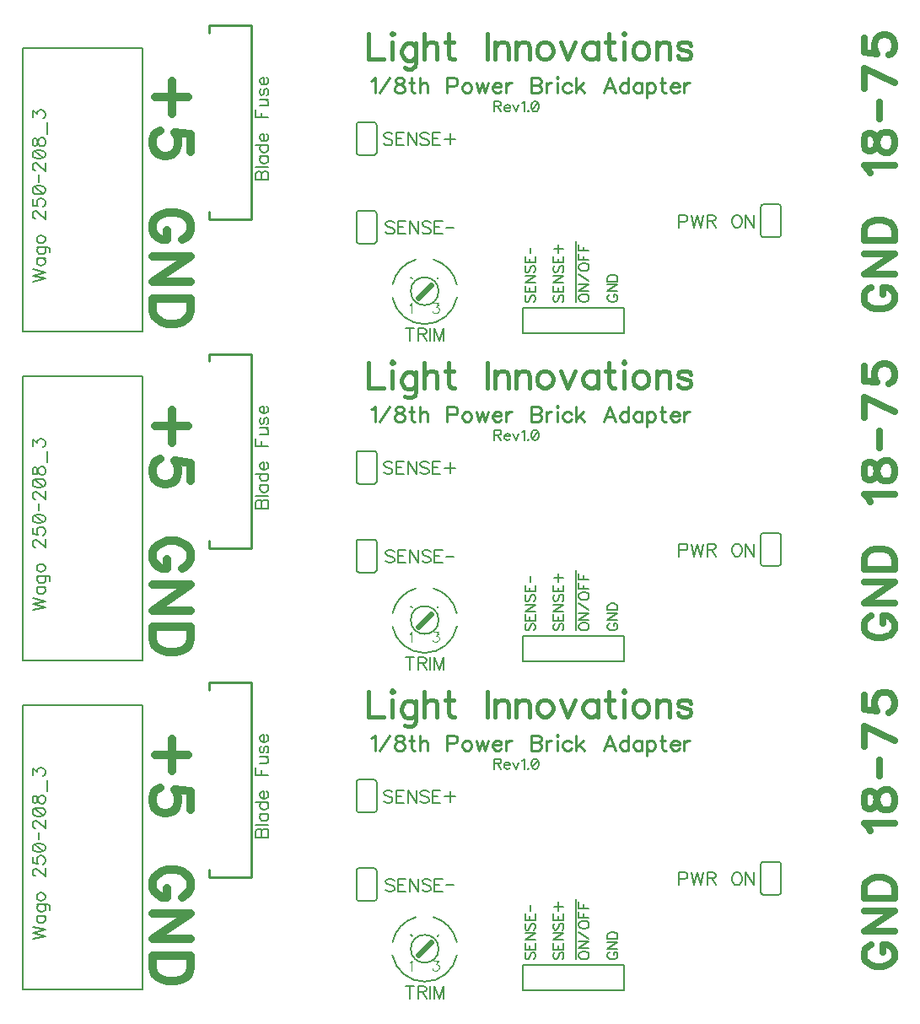
<source format=gto>
G04 DipTrace 3.2.0.1*
G04 TopSilk.GTO*
%MOIN*%
G04 #@! TF.FileFunction,Legend,Top*
G04 #@! TF.Part,Single*
%ADD10C,0.007874*%
%ADD24C,0.006*%
%ADD28C,0.024*%
%ADD31C,0.01*%
%ADD57C,0.00772*%
%ADD58C,0.006176*%
%ADD59C,0.032808*%
%ADD60C,0.026247*%
%ADD61C,0.015439*%
%ADD62C,0.009264*%
%ADD64C,0.003281*%
%FSLAX26Y26*%
G04*
G70*
G90*
G75*
G01*
G04 TopSilk*
%LPD*%
X2466258Y68744D2*
D10*
X2066223D1*
Y168749D1*
X2466258D1*
Y68744D1*
X90600Y1194832D2*
X563041D1*
Y72785D1*
X90600D1*
Y1194832D1*
X1488720Y891252D2*
D24*
Y781246D1*
X1408720Y891252D2*
G02X1418720Y901249I9992J5D01*
G01*
Y771249D2*
G02X1408720Y781246I-8J9992D01*
G01*
X1478720Y771249D2*
G03X1488720Y781246I8J9992D01*
G01*
Y891252D2*
G03X1478720Y901249I-9992J5D01*
G01*
X1418720D1*
X1478720Y771249D2*
X1418720D1*
X1408720Y781246D2*
Y891252D1*
X1488720Y541254D2*
Y431248D1*
X1408720Y541254D2*
G02X1418720Y551251I9992J5D01*
G01*
Y421251D2*
G02X1408720Y431248I-8J9992D01*
G01*
X1478720Y421251D2*
G03X1488720Y431248I8J9992D01*
G01*
Y541254D2*
G03X1478720Y551251I-9992J5D01*
G01*
X1418720D1*
X1478720Y421251D2*
X1418720D1*
X1408720Y431248D2*
Y541254D1*
X3087490Y566254D2*
Y456248D1*
X3007490Y566254D2*
G02X3017490Y576251I9992J5D01*
G01*
Y446251D2*
G02X3007490Y456248I-8J9992D01*
G01*
X3077490Y446251D2*
G03X3087490Y456248I8J9992D01*
G01*
Y566254D2*
G03X3077490Y576251I-9992J5D01*
G01*
X3017490D1*
X3077490Y446251D2*
X3017490D1*
X3007490Y456248D2*
Y566254D1*
X1653728Y207813D2*
D28*
X1703752Y257837D1*
X1728738Y282823D2*
D24*
X1733730Y287815D1*
X1628742Y282823D2*
X1623750Y287815D1*
X1628742Y182827D2*
X1623750Y177835D1*
X1728738Y182827D2*
X1733730Y177835D1*
X1551262Y207319D2*
G03X1678740Y102825I127463J25493D01*
G01*
G03X1806400Y208281I-7J130005D01*
G01*
X1551652Y259293D2*
G02X1643744Y357833I127081J-26463D01*
G01*
X1713736D2*
G02X1805828Y259293I-34989J-125003D01*
G01*
X1623750Y232825D2*
G02X1623750Y232825I54990J0D01*
G01*
X825254Y516732D2*
D31*
X994537D1*
Y1284449D1*
X825254D1*
Y1254892D1*
Y516732D2*
Y546289D1*
X128598Y271442D2*
D57*
X178838Y283435D1*
X128598Y295373D1*
X178838Y307312D1*
X128598Y319305D1*
X145345Y363429D2*
X178838D1*
X152530D2*
X147721Y358676D1*
X145345Y353868D1*
Y346738D1*
X147721Y341929D1*
X152530Y337176D1*
X159715Y334744D1*
X164468D1*
X171653Y337176D1*
X176406Y341929D1*
X178838Y346738D1*
Y353868D1*
X176406Y358676D1*
X171653Y363429D1*
X147721Y407553D2*
X186023D1*
X193153Y405177D1*
X195584Y402800D1*
X197961Y397992D1*
Y390807D1*
X195584Y386053D1*
X154906Y407553D2*
X150153Y402800D1*
X147721Y397992D1*
Y390807D1*
X150153Y386053D1*
X154906Y381245D1*
X162091Y378868D1*
X166900D1*
X174029Y381245D1*
X178838Y386053D1*
X181214Y390807D1*
Y397992D1*
X178838Y402800D1*
X174029Y407553D1*
X145344Y434931D2*
X147721Y430178D1*
X152530Y425369D1*
X159715Y422993D1*
X164468D1*
X171653Y425369D1*
X176406Y430178D1*
X178838Y434931D1*
Y442116D1*
X176406Y446924D1*
X171653Y451677D1*
X164468Y454109D1*
X159715D1*
X152530Y451677D1*
X147721Y446924D1*
X145344Y442116D1*
Y434931D1*
X140591Y520581D2*
X138215D1*
X133406Y522958D1*
X131030Y525335D1*
X128653Y530143D1*
Y539705D1*
X131030Y544458D1*
X133406Y546834D1*
X138215Y549266D1*
X142968D1*
X147776Y546834D1*
X154906Y542081D1*
X178838Y518150D1*
Y551643D1*
X128653Y595767D2*
Y571891D1*
X150153Y569514D1*
X147776Y571891D1*
X145344Y579076D1*
Y586205D1*
X147776Y593390D1*
X152530Y598199D1*
X159715Y600575D1*
X164468D1*
X171653Y598199D1*
X176461Y593390D1*
X178838Y586205D1*
Y579076D1*
X176461Y571891D1*
X174029Y569514D1*
X169276Y567082D1*
X128653Y630385D2*
X131030Y623200D1*
X138215Y618391D1*
X150153Y616015D1*
X157338D1*
X169276Y618391D1*
X176461Y623200D1*
X178838Y630385D1*
Y635138D1*
X176461Y642323D1*
X169276Y647076D1*
X157338Y649508D1*
X150153D1*
X138215Y647076D1*
X131030Y642323D1*
X128653Y635138D1*
Y630385D1*
X138215Y647076D2*
X169276Y618391D1*
X153745Y664947D2*
Y692582D1*
X140591Y710453D2*
X138215D1*
X133406Y712830D1*
X131030Y715206D1*
X128653Y720015D1*
Y729576D1*
X131030Y734330D1*
X133406Y736706D1*
X138215Y739138D1*
X142968D1*
X147776Y736706D1*
X154906Y731953D1*
X178838Y708021D1*
Y741515D1*
X128653Y771324D2*
X131030Y764139D1*
X138215Y759330D1*
X150153Y756954D1*
X157338D1*
X169276Y759330D1*
X176461Y764139D1*
X178838Y771324D1*
Y776077D1*
X176461Y783262D1*
X169276Y788015D1*
X157338Y790447D1*
X150153D1*
X138215Y788015D1*
X131030Y783262D1*
X128653Y776077D1*
Y771324D1*
X138215Y788015D2*
X169276Y759330D1*
X128653Y817825D2*
X131030Y810695D1*
X135783Y808263D1*
X140591D1*
X145344Y810695D1*
X147776Y815448D1*
X150153Y825010D1*
X152530Y832195D1*
X157338Y836948D1*
X162091Y839325D1*
X169276D1*
X174029Y836948D1*
X176461Y834571D1*
X178838Y827386D1*
Y817825D1*
X176461Y810695D1*
X174029Y808263D1*
X169276Y805886D1*
X162091D1*
X157338Y808263D1*
X152530Y813072D1*
X150153Y820201D1*
X147776Y829763D1*
X145344Y834571D1*
X140591Y836948D1*
X135783D1*
X131030Y834571D1*
X128653Y827386D1*
Y817825D1*
X187128Y854764D2*
Y900195D1*
X128653Y920443D2*
Y946696D1*
X147776Y932381D1*
Y939566D1*
X150153Y944319D1*
X152530Y946696D1*
X159715Y949128D1*
X164468D1*
X171653Y946696D1*
X176461Y941943D1*
X178838Y934758D1*
Y927573D1*
X176461Y920443D1*
X174029Y918066D1*
X169276Y915635D1*
X1550787Y852287D2*
X1546034Y857096D1*
X1538849Y859472D1*
X1529287D1*
X1522102Y857096D1*
X1517293Y852287D1*
Y847534D1*
X1519725Y842726D1*
X1522102Y840349D1*
X1526855Y837973D1*
X1541225Y833164D1*
X1546034Y830788D1*
X1548410Y828356D1*
X1550787Y823602D1*
Y816417D1*
X1546034Y811664D1*
X1538849Y809232D1*
X1529287D1*
X1522102Y811664D1*
X1517293Y816417D1*
X1597287Y859472D2*
X1566226D1*
Y809232D1*
X1597287D1*
X1566226Y835541D2*
X1585349D1*
X1646220Y859472D2*
Y809232D1*
X1612727Y859472D1*
Y809232D1*
X1695153Y852287D2*
X1690399Y857096D1*
X1683214Y859472D1*
X1673653D1*
X1666468Y857096D1*
X1661659Y852287D1*
Y847534D1*
X1664091Y842726D1*
X1666468Y840349D1*
X1671221Y837973D1*
X1685591Y833164D1*
X1690399Y830788D1*
X1692776Y828356D1*
X1695153Y823602D1*
Y816417D1*
X1690399Y811664D1*
X1683214Y809232D1*
X1673653D1*
X1666468Y811664D1*
X1661659Y816417D1*
X1741653Y859472D2*
X1710592D1*
Y809232D1*
X1741653D1*
X1710592Y835541D2*
X1729715D1*
X1778592Y855852D2*
Y812797D1*
X1757093Y834297D2*
X1800148D1*
X1558497Y502289D2*
X1553744Y507097D1*
X1546559Y509474D1*
X1536997D1*
X1529812Y507097D1*
X1525003Y502289D1*
Y497536D1*
X1527435Y492727D1*
X1529812Y490350D1*
X1534565Y487974D1*
X1548935Y483165D1*
X1553744Y480789D1*
X1556120Y478357D1*
X1558497Y473604D1*
Y466419D1*
X1553744Y461666D1*
X1546559Y459234D1*
X1536997D1*
X1529812Y461666D1*
X1525003Y466419D1*
X1604998Y509474D2*
X1573936D1*
Y459234D1*
X1604998D1*
X1573936Y485542D2*
X1593059D1*
X1653930Y509474D2*
Y459234D1*
X1620437Y509474D1*
Y459234D1*
X1702863Y502289D2*
X1698110Y507097D1*
X1690924Y509474D1*
X1681363D1*
X1674178Y507097D1*
X1669369Y502289D1*
Y497536D1*
X1671801Y492727D1*
X1674178Y490350D1*
X1678931Y487974D1*
X1693301Y483165D1*
X1698110Y480789D1*
X1700486Y478357D1*
X1702863Y473604D1*
Y466419D1*
X1698110Y461666D1*
X1690924Y459234D1*
X1681363D1*
X1674178Y461666D1*
X1669369Y466419D1*
X1749363Y509474D2*
X1718302D1*
Y459234D1*
X1749363D1*
X1718302Y485542D2*
X1737425D1*
X1764803Y484326D2*
X1792437D1*
X2684016Y508165D2*
X2705571D1*
X2712701Y510542D1*
X2715133Y512974D1*
X2717510Y517727D1*
Y524912D1*
X2715133Y529665D1*
X2712701Y532097D1*
X2705571Y534474D1*
X2684016D1*
Y484234D1*
X2732949Y534474D2*
X2744942Y484234D1*
X2756881Y534474D1*
X2768819Y484234D1*
X2780812Y534474D1*
X2796251Y510542D2*
X2817751D1*
X2824936Y512974D1*
X2827368Y515350D1*
X2829745Y520104D1*
Y524912D1*
X2827368Y529665D1*
X2824936Y532097D1*
X2817751Y534474D1*
X2796251D1*
Y484234D1*
X2812998Y510542D2*
X2829745Y484234D1*
X2908155Y534474D2*
X2903347Y532097D1*
X2898593Y527289D1*
X2896162Y522536D1*
X2893785Y515350D1*
Y503357D1*
X2896162Y496227D1*
X2898593Y491419D1*
X2903347Y486666D1*
X2908155Y484234D1*
X2917717D1*
X2922470Y486666D1*
X2927278Y491419D1*
X2929655Y496227D1*
X2932032Y503357D1*
Y515350D1*
X2929655Y522536D1*
X2927278Y527289D1*
X2922470Y532097D1*
X2917717Y534474D1*
X2908155D1*
X2980964D2*
Y484234D1*
X2947471Y534474D1*
Y484234D1*
X1619711Y86049D2*
Y35809D1*
X1602965Y86049D2*
X1636458D1*
X1651897Y62117D2*
X1673397D1*
X1680582Y64549D1*
X1683014Y66925D1*
X1685391Y71678D1*
Y76487D1*
X1683014Y81240D1*
X1680582Y83672D1*
X1673397Y86049D1*
X1651897D1*
Y35809D1*
X1668644Y62117D2*
X1685391Y35809D1*
X1700830Y86049D2*
Y35809D1*
X1754516D2*
Y86049D1*
X1735392Y35809D1*
X1716269Y86049D1*
Y35809D1*
X1010684Y673550D2*
X1060924D1*
Y695105D1*
X1058493Y702290D1*
X1056116Y704667D1*
X1051363Y707043D1*
X1044178D1*
X1039369Y704667D1*
X1036993Y702290D1*
X1034616Y695105D1*
X1032184Y702290D1*
X1029808Y704667D1*
X1025055Y707043D1*
X1020246D1*
X1015493Y704667D1*
X1013061Y702290D1*
X1010684Y695105D1*
Y673550D1*
X1034616D2*
Y695105D1*
X1010684Y722483D2*
X1060924D1*
X1027431Y766607D2*
X1060924D1*
X1034616D2*
X1029808Y761854D1*
X1027431Y757045D1*
Y749915D1*
X1029808Y745107D1*
X1034616Y740354D1*
X1041801Y737922D1*
X1046554D1*
X1053739Y740354D1*
X1058493Y745107D1*
X1060924Y749915D1*
Y757045D1*
X1058493Y761854D1*
X1053739Y766607D1*
X1010684Y810731D2*
X1060924D1*
X1034616D2*
X1029808Y805978D1*
X1027431Y801169D1*
Y793984D1*
X1029808Y789231D1*
X1034616Y784423D1*
X1041801Y782046D1*
X1046554D1*
X1053739Y784423D1*
X1058493Y789231D1*
X1060924Y793984D1*
Y801169D1*
X1058493Y805978D1*
X1053739Y810731D1*
X1041801Y826170D2*
Y854855D1*
X1036993D1*
X1032184Y852478D1*
X1029808Y850102D1*
X1027431Y845293D1*
Y838108D1*
X1029808Y833355D1*
X1034616Y828547D1*
X1041801Y826170D1*
X1046554D1*
X1053739Y828547D1*
X1058493Y833355D1*
X1060924Y838108D1*
Y845293D1*
X1058493Y850102D1*
X1053739Y854855D1*
X1010684Y950012D2*
Y918895D1*
X1060924D1*
X1034616D2*
Y938018D1*
X1027431Y965451D2*
X1051363D1*
X1058493Y967828D1*
X1060924Y972636D1*
Y979821D1*
X1058493Y984574D1*
X1051363Y991759D1*
X1027431D2*
X1060924D1*
X1034616Y1033507D2*
X1029808Y1031130D1*
X1027431Y1023945D1*
Y1016760D1*
X1029808Y1009575D1*
X1034616Y1007199D1*
X1039369Y1009575D1*
X1041801Y1014384D1*
X1044178Y1026322D1*
X1046554Y1031130D1*
X1051363Y1033507D1*
X1053739D1*
X1058493Y1031130D1*
X1060924Y1023945D1*
Y1016760D1*
X1058493Y1009575D1*
X1053739Y1007199D1*
X1041801Y1048946D2*
Y1077631D1*
X1036993D1*
X1032184Y1075255D1*
X1029808Y1072878D1*
X1027431Y1068070D1*
Y1060884D1*
X1029808Y1056131D1*
X1034616Y1051323D1*
X1041801Y1048946D1*
X1046554D1*
X1053739Y1051323D1*
X1058493Y1056131D1*
X1060924Y1060884D1*
Y1068070D1*
X1058493Y1072878D1*
X1053739Y1077631D1*
X2081396Y218145D2*
D58*
X2077550Y214343D1*
X2075648Y208595D1*
Y200945D1*
X2077550Y195197D1*
X2081396Y191350D1*
X2085199D1*
X2089046Y193296D1*
X2090947Y195197D1*
X2092848Y199000D1*
X2096695Y210496D1*
X2098596Y214343D1*
X2100542Y216244D1*
X2104344Y218145D1*
X2110092D1*
X2113895Y214342D1*
X2115840Y208594D1*
Y200945D1*
X2113895Y195197D1*
X2110092Y191350D1*
X2075648Y255346D2*
Y230496D1*
X2115840D1*
Y255346D1*
X2094794Y230496D2*
Y245795D1*
X2075648Y294492D2*
X2115840D1*
X2075648Y267697D1*
X2115840D1*
X2081396Y333638D2*
X2077550Y329835D1*
X2075648Y324087D1*
Y316438D1*
X2077550Y310690D1*
X2081396Y306843D1*
X2085199D1*
X2089046Y308789D1*
X2090947Y310690D1*
X2092848Y314492D1*
X2096695Y325988D1*
X2098596Y329835D1*
X2100542Y331736D1*
X2104344Y333638D1*
X2110092D1*
X2113895Y329835D1*
X2115840Y324087D1*
Y316438D1*
X2113895Y310690D1*
X2110092Y306843D1*
X2075648Y370838D2*
Y345989D1*
X2115840D1*
Y370838D1*
X2094794Y345989D2*
Y361288D1*
X2095766Y383190D2*
Y405297D1*
X2193896Y218145D2*
X2190050Y214343D1*
X2188148Y208595D1*
Y200945D1*
X2190050Y195197D1*
X2193896Y191350D1*
X2197699D1*
X2201546Y193296D1*
X2203447Y195197D1*
X2205348Y199000D1*
X2209195Y210496D1*
X2211096Y214343D1*
X2213042Y216244D1*
X2216844Y218145D1*
X2222592D1*
X2226395Y214342D1*
X2228340Y208594D1*
Y200945D1*
X2226395Y195197D1*
X2222592Y191350D1*
X2188148Y255346D2*
Y230496D1*
X2228340D1*
Y255346D1*
X2207294Y230496D2*
Y245795D1*
X2188148Y294492D2*
X2228340D1*
X2188148Y267697D1*
X2228340D1*
X2193896Y333638D2*
X2190050Y329835D1*
X2188148Y324087D1*
Y316438D1*
X2190050Y310690D1*
X2193896Y306843D1*
X2197699D1*
X2201546Y308789D1*
X2203447Y310690D1*
X2205348Y314492D1*
X2209195Y325988D1*
X2211096Y329835D1*
X2213042Y331736D1*
X2216844Y333638D1*
X2222592D1*
X2226395Y329835D1*
X2228340Y324087D1*
Y316438D1*
X2226395Y310690D1*
X2222592Y306843D1*
X2188148Y370838D2*
Y345989D1*
X2228340D1*
Y370838D1*
X2207294Y345989D2*
Y361288D1*
X2191044Y400390D2*
X2225488D1*
X2208289Y383190D2*
Y417634D1*
X2288148Y202847D2*
X2290050Y199000D1*
X2293896Y195197D1*
X2297699Y193252D1*
X2303447Y191350D1*
X2313042D1*
X2318746Y193252D1*
X2322592Y195197D1*
X2326395Y199000D1*
X2328340Y202846D1*
Y210496D1*
X2326395Y214298D1*
X2322592Y218145D1*
X2318746Y220046D1*
X2313042Y221948D1*
X2303447D1*
X2297699Y220046D1*
X2293896Y218145D1*
X2290050Y214298D1*
X2288148Y210496D1*
Y202847D1*
Y261094D2*
X2328340D1*
X2288148Y234299D1*
X2328340D1*
Y273445D2*
X2288193Y300240D1*
X2288148Y324087D2*
X2290050Y320240D1*
X2293896Y316438D1*
X2297699Y314492D1*
X2303447Y312591D1*
X2313042D1*
X2318746Y314492D1*
X2322592Y316438D1*
X2326395Y320240D1*
X2328340Y324087D1*
Y331736D1*
X2326395Y335539D1*
X2322592Y339386D1*
X2318746Y341287D1*
X2313042Y343188D1*
X2303447D1*
X2297699Y341287D1*
X2293896Y339386D1*
X2290050Y335539D1*
X2288148Y331736D1*
Y324087D1*
Y380433D2*
Y355540D1*
X2328340D1*
X2307294D2*
Y370838D1*
X2288148Y417678D2*
Y392784D1*
X2328340D1*
X2307294D2*
Y408083D1*
X2277669Y191350D2*
Y430029D1*
X2410199Y220046D2*
X2406396Y218145D1*
X2402550Y214298D1*
X2400648Y210496D1*
Y202847D1*
X2402550Y199000D1*
X2406396Y195197D1*
X2410199Y193252D1*
X2415947Y191350D1*
X2425542D1*
X2431246Y193252D1*
X2435092Y195197D1*
X2438895Y199000D1*
X2440840Y202846D1*
Y210496D1*
X2438895Y214298D1*
X2435092Y218145D1*
X2431246Y220046D1*
X2425542D1*
Y210496D1*
X2400648Y259192D2*
X2440840D1*
X2400648Y232398D1*
X2440840D1*
X2400648Y271544D2*
X2440840D1*
Y284941D1*
X2438895Y290689D1*
X2435092Y294536D1*
X2431246Y296437D1*
X2425542Y298338D1*
X2415947D1*
X2410199Y296437D1*
X2406396Y294536D1*
X2402550Y290689D1*
X2400648Y284941D1*
Y271544D1*
X743924Y998971D2*
D59*
X614759Y998972D1*
X679259Y1063471D2*
Y934306D1*
X754619Y782635D2*
Y854264D1*
X690119Y861394D1*
X697249Y854264D1*
X704545Y832709D1*
Y811320D1*
X697249Y789765D1*
X682990Y775339D1*
X661434Y768209D1*
X647175D1*
X625620Y775339D1*
X611194Y789765D1*
X604065Y811320D1*
Y832709D1*
X611194Y854264D1*
X618490Y861394D1*
X632750Y868689D1*
X718970Y437111D2*
X733230Y444240D1*
X747655Y458666D1*
X754785Y472925D1*
Y501610D1*
X747655Y516035D1*
X733230Y530295D1*
X718970Y537591D1*
X697415Y544720D1*
X661434D1*
X640045Y537591D1*
X625620Y530295D1*
X611360Y516035D1*
X604065Y501610D1*
Y472925D1*
X611360Y458666D1*
X625620Y444240D1*
X640045Y437111D1*
X661434D1*
Y472925D1*
X754785Y271014D2*
X604065D1*
X754785Y371494D1*
X604065D1*
X754785Y205397D2*
X604065D1*
Y155157D1*
X611360Y133602D1*
X625620Y119177D1*
X640045Y112047D1*
X661434Y104917D1*
X697415D1*
X718970Y112047D1*
X733230Y119177D1*
X747655Y133602D1*
X754785Y155157D1*
Y205397D1*
X3438832Y700129D2*
D60*
X3432996Y711669D1*
X3415884Y728913D1*
X3536328D1*
X3415884Y810058D2*
X3421588Y792947D1*
X3432996Y787110D1*
X3444536D1*
X3455944Y792947D1*
X3461780Y804354D1*
X3467484Y827302D1*
X3473188Y844546D1*
X3484728Y855954D1*
X3496136Y861658D1*
X3513380D1*
X3524787Y855954D1*
X3530624Y850250D1*
X3536328Y833006D1*
Y810058D1*
X3530624Y792947D1*
X3524787Y787110D1*
X3513380Y781406D1*
X3496136D1*
X3484728Y787110D1*
X3473188Y798651D1*
X3467484Y815762D1*
X3461780Y838710D1*
X3455944Y850250D1*
X3444536Y855954D1*
X3432996D1*
X3421588Y850250D1*
X3415884Y833006D1*
Y810058D1*
X3476106Y914151D2*
Y980475D1*
X3536328Y1055916D2*
X3415884Y1113352D1*
Y1032968D1*
Y1234689D2*
Y1177386D1*
X3467484Y1171682D1*
X3461780Y1177386D1*
X3455944Y1194630D1*
Y1211741D1*
X3461780Y1228985D1*
X3473188Y1240526D1*
X3490432Y1246230D1*
X3501839D1*
X3519084Y1240526D1*
X3530624Y1228985D1*
X3536328Y1211741D1*
Y1194630D1*
X3530624Y1177386D1*
X3524787Y1171682D1*
X3513380Y1165846D1*
X3444403Y248474D2*
X3432996Y242770D1*
X3421455Y231230D1*
X3415752Y219822D1*
Y196874D1*
X3421455Y185334D1*
X3432996Y173926D1*
X3444403Y168090D1*
X3461647Y162386D1*
X3490432D1*
X3507543Y168090D1*
X3519084Y173926D1*
X3530491Y185334D1*
X3536328Y196874D1*
Y219822D1*
X3530491Y231230D1*
X3519084Y242770D1*
X3507543Y248474D1*
X3490432D1*
Y219822D1*
X3415752Y381351D2*
X3536328D1*
X3415752Y300967D1*
X3536328D1*
X3415752Y433845D2*
X3536328D1*
Y474037D1*
X3530491Y491281D1*
X3519084Y502821D1*
X3507543Y508525D1*
X3490432Y514229D1*
X3461647D1*
X3444403Y508525D1*
X3432996Y502821D1*
X3421455Y491281D1*
X3415752Y474037D1*
Y433845D1*
X1458372Y1250420D2*
D61*
Y1149940D1*
X1515742D1*
X1546620Y1250420D2*
X1551373Y1245667D1*
X1556237Y1250420D1*
X1551373Y1255284D1*
X1546620Y1250420D1*
X1551373Y1216927D2*
Y1149940D1*
X1644485Y1212173D2*
Y1135570D1*
X1639732Y1121310D1*
X1634979Y1116447D1*
X1625362Y1111693D1*
X1610992D1*
X1601486Y1116447D1*
X1644485Y1197803D2*
X1634979Y1207310D1*
X1625362Y1212173D1*
X1610992D1*
X1601486Y1207310D1*
X1591869Y1197803D1*
X1587116Y1183433D1*
Y1173816D1*
X1591869Y1159557D1*
X1601486Y1149940D1*
X1610992Y1145187D1*
X1625362D1*
X1634979Y1149940D1*
X1644485Y1159557D1*
X1675364Y1250420D2*
Y1149940D1*
Y1197803D2*
X1689734Y1212173D1*
X1699351Y1216927D1*
X1713721D1*
X1723227Y1212173D1*
X1727980Y1197803D1*
Y1149940D1*
X1773229Y1250420D2*
Y1169063D1*
X1777982Y1154804D1*
X1787599Y1149940D1*
X1797105D1*
X1758859Y1216927D2*
X1792352D1*
X1925186Y1250420D2*
Y1149940D1*
X1956064Y1216927D2*
Y1149940D1*
Y1197803D2*
X1970434Y1212173D1*
X1980051Y1216927D1*
X1994311D1*
X2003928Y1212173D1*
X2008681Y1197803D1*
Y1149940D1*
X2039559Y1216927D2*
Y1149940D1*
Y1197803D2*
X2053929Y1212173D1*
X2063546Y1216927D1*
X2077806D1*
X2087423Y1212173D1*
X2092176Y1197803D1*
Y1149940D1*
X2146931Y1216927D2*
X2137425Y1212173D1*
X2127808Y1202556D1*
X2123054Y1188186D1*
Y1178680D1*
X2127808Y1164310D1*
X2137425Y1154804D1*
X2146931Y1149940D1*
X2161301D1*
X2170918Y1154804D1*
X2180424Y1164310D1*
X2185288Y1178680D1*
Y1188186D1*
X2180424Y1202556D1*
X2170918Y1212173D1*
X2161301Y1216927D1*
X2146931D1*
X2216166D2*
X2244907Y1149940D1*
X2273536Y1216927D1*
X2361785D2*
Y1149940D1*
Y1202556D2*
X2352278Y1212173D1*
X2342661Y1216927D1*
X2328402D1*
X2318785Y1212173D1*
X2309278Y1202556D1*
X2304415Y1188186D1*
Y1178680D1*
X2309278Y1164310D1*
X2318785Y1154804D1*
X2328402Y1149940D1*
X2342661D1*
X2352278Y1154804D1*
X2361785Y1164310D1*
X2407033Y1250420D2*
Y1169063D1*
X2411786Y1154804D1*
X2421403Y1149940D1*
X2430910D1*
X2392663Y1216927D2*
X2426156D1*
X2461788Y1250420D2*
X2466541Y1245667D1*
X2471405Y1250420D1*
X2466541Y1255284D1*
X2461788Y1250420D1*
X2466541Y1216927D2*
Y1149940D1*
X2526160Y1216927D2*
X2516653Y1212173D1*
X2507037Y1202556D1*
X2502283Y1188186D1*
Y1178680D1*
X2507037Y1164310D1*
X2516653Y1154804D1*
X2526160Y1149940D1*
X2540530D1*
X2550147Y1154804D1*
X2559653Y1164310D1*
X2564517Y1178680D1*
Y1188186D1*
X2559653Y1202556D1*
X2550147Y1212173D1*
X2540530Y1216927D1*
X2526160D1*
X2595395D2*
Y1149940D1*
Y1197803D2*
X2609765Y1212173D1*
X2619382Y1216927D1*
X2633642D1*
X2643259Y1212173D1*
X2648012Y1197803D1*
Y1149940D1*
X2731507Y1202556D2*
X2726754Y1212173D1*
X2712384Y1216927D1*
X2698014D1*
X2683644Y1212173D1*
X2678890Y1202556D1*
X2683644Y1193050D1*
X2693261Y1188186D1*
X2717137Y1183433D1*
X2726754Y1178680D1*
X2731507Y1169063D1*
Y1164310D1*
X2726754Y1154804D1*
X2712384Y1149940D1*
X2698014D1*
X2683644Y1154804D1*
X2678890Y1164310D1*
X1467784Y1064947D2*
D62*
X1473554Y1067865D1*
X1482176Y1076421D1*
Y1016199D1*
X1500703D2*
X1540895Y1076421D1*
X1573748D2*
X1565193Y1073569D1*
X1562274Y1067865D1*
Y1062095D1*
X1565193Y1056391D1*
X1570896Y1053473D1*
X1582370Y1050621D1*
X1590992Y1047769D1*
X1596696Y1041999D1*
X1599548Y1036295D1*
Y1027673D1*
X1596696Y1021969D1*
X1593844Y1019051D1*
X1585222Y1016199D1*
X1573748D1*
X1565193Y1019051D1*
X1562274Y1021969D1*
X1559422Y1027673D1*
Y1036295D1*
X1562274Y1041999D1*
X1568044Y1047769D1*
X1576600Y1050621D1*
X1588074Y1053473D1*
X1593844Y1056391D1*
X1596696Y1062095D1*
Y1067865D1*
X1593844Y1073569D1*
X1585222Y1076421D1*
X1573748D1*
X1626697Y1076487D2*
Y1027673D1*
X1629549Y1019117D1*
X1635319Y1016199D1*
X1641023D1*
X1618075Y1056391D2*
X1638171D1*
X1659550Y1076487D2*
Y1016199D1*
Y1044917D2*
X1668172Y1053539D1*
X1673942Y1056391D1*
X1682564D1*
X1688268Y1053539D1*
X1691120Y1044917D1*
Y1016199D1*
X1767968Y1044917D2*
X1793835D1*
X1802390Y1047769D1*
X1805308Y1050687D1*
X1808160Y1056391D1*
Y1065013D1*
X1805308Y1070717D1*
X1802390Y1073635D1*
X1793835Y1076487D1*
X1767968D1*
Y1016199D1*
X1841013Y1056391D2*
X1835310Y1053539D1*
X1829539Y1047769D1*
X1826687Y1039147D1*
Y1033443D1*
X1829539Y1024821D1*
X1835310Y1019117D1*
X1841013Y1016199D1*
X1849635D1*
X1855406Y1019117D1*
X1861109Y1024821D1*
X1864028Y1033443D1*
Y1039147D1*
X1861109Y1047769D1*
X1855406Y1053539D1*
X1849635Y1056391D1*
X1841013D1*
X1882555D2*
X1894029Y1016199D1*
X1905503Y1056391D1*
X1916977Y1016199D1*
X1928450Y1056391D1*
X1946978Y1039147D2*
X1981399D1*
Y1044917D1*
X1978548Y1050687D1*
X1975696Y1053539D1*
X1969926Y1056391D1*
X1961303D1*
X1955600Y1053539D1*
X1949830Y1047769D1*
X1946978Y1039147D1*
Y1033443D1*
X1949830Y1024821D1*
X1955600Y1019117D1*
X1961303Y1016199D1*
X1969926D1*
X1975696Y1019117D1*
X1981399Y1024821D1*
X1999927Y1056391D2*
Y1016199D1*
Y1039147D2*
X2002845Y1047769D1*
X2008549Y1053539D1*
X2014319Y1056391D1*
X2022941D1*
X2099789Y1076487D2*
Y1016199D1*
X2125655D1*
X2134277Y1019117D1*
X2137129Y1021969D1*
X2139981Y1027673D1*
Y1036295D1*
X2137129Y1042065D1*
X2134277Y1044917D1*
X2125655Y1047769D1*
X2134277Y1050687D1*
X2137129Y1053539D1*
X2139981Y1059243D1*
Y1065013D1*
X2137129Y1070717D1*
X2134277Y1073635D1*
X2125655Y1076487D1*
X2099789D1*
Y1047769D2*
X2125655D1*
X2158508Y1056391D2*
Y1016199D1*
Y1039147D2*
X2161426Y1047769D1*
X2167130Y1053539D1*
X2172900Y1056391D1*
X2181522D1*
X2200049Y1076487D2*
X2202901Y1073635D1*
X2205820Y1076487D1*
X2202901Y1079405D1*
X2200049Y1076487D1*
X2202901Y1056391D2*
Y1016199D1*
X2258835Y1047769D2*
X2253065Y1053539D1*
X2247295Y1056391D1*
X2238739D1*
X2232969Y1053539D1*
X2227265Y1047769D1*
X2224347Y1039147D1*
Y1033443D1*
X2227265Y1024821D1*
X2232969Y1019117D1*
X2238739Y1016199D1*
X2247295D1*
X2253065Y1019117D1*
X2258835Y1024821D1*
X2277362Y1076487D2*
Y1016199D1*
X2306080Y1056391D2*
X2277362Y1027673D1*
X2288836Y1039147D2*
X2308932Y1016199D1*
X2431742D2*
X2408728Y1076487D1*
X2385780Y1016199D1*
X2394402Y1036295D2*
X2423120D1*
X2484691Y1076487D2*
Y1016199D1*
Y1047769D2*
X2478988Y1053539D1*
X2473217Y1056391D1*
X2464595D1*
X2458891Y1053539D1*
X2453121Y1047769D1*
X2450269Y1039147D1*
Y1033443D1*
X2453121Y1024821D1*
X2458891Y1019117D1*
X2464595Y1016199D1*
X2473217D1*
X2478988Y1019117D1*
X2484691Y1024821D1*
X2537640Y1056391D2*
Y1016199D1*
Y1047769D2*
X2531936Y1053539D1*
X2526166Y1056391D1*
X2517611D1*
X2511840Y1053539D1*
X2506137Y1047769D1*
X2503218Y1039147D1*
Y1033443D1*
X2506137Y1024821D1*
X2511840Y1019117D1*
X2517611Y1016199D1*
X2526166D1*
X2531936Y1019117D1*
X2537640Y1024821D1*
X2556167Y1056391D2*
Y996103D1*
Y1047769D2*
X2561938Y1053473D1*
X2567641Y1056391D1*
X2576263D1*
X2582034Y1053473D1*
X2587737Y1047769D1*
X2590656Y1039147D1*
Y1033377D1*
X2587737Y1024821D1*
X2582034Y1019051D1*
X2576263Y1016199D1*
X2567641D1*
X2561938Y1019051D1*
X2556167Y1024821D1*
X2617805Y1076487D2*
Y1027673D1*
X2620657Y1019117D1*
X2626427Y1016199D1*
X2632131D1*
X2609183Y1056391D2*
X2629279D1*
X2650658Y1039147D2*
X2685080D1*
Y1044917D1*
X2682228Y1050687D1*
X2679376Y1053539D1*
X2673606Y1056391D1*
X2664984D1*
X2659280Y1053539D1*
X2653510Y1047769D1*
X2650658Y1039147D1*
Y1033443D1*
X2653510Y1024821D1*
X2659280Y1019117D1*
X2664984Y1016199D1*
X2673606D1*
X2679376Y1019117D1*
X2685080Y1024821D1*
X2703607Y1056391D2*
Y1016199D1*
Y1039147D2*
X2706525Y1047769D1*
X2712229Y1053539D1*
X2717999Y1056391D1*
X2726621D1*
X1953740Y964125D2*
D58*
X1970940D1*
X1976688Y966070D1*
X1978633Y967972D1*
X1980535Y971774D1*
Y975621D1*
X1978633Y979424D1*
X1976688Y981369D1*
X1970940Y983270D1*
X1953740D1*
Y943078D1*
X1967137Y964125D2*
X1980535Y943078D1*
X1992886Y958377D2*
X2015834D1*
Y962224D1*
X2013933Y966070D1*
X2012032Y967972D1*
X2008185Y969873D1*
X2002437D1*
X1998634Y967972D1*
X1994787Y964125D1*
X1992886Y958377D1*
Y954574D1*
X1994787Y948826D1*
X1998634Y945024D1*
X2002437Y943078D1*
X2008185D1*
X2012032Y945024D1*
X2015834Y948826D1*
X2028185Y969873D2*
X2039682Y943078D1*
X2051133Y969873D1*
X2063485Y975577D2*
X2067332Y977522D1*
X2073080Y983226D1*
Y943078D1*
X2087332Y946925D2*
X2085431Y944980D1*
X2087332Y943078D1*
X2089278Y944980D1*
X2087332Y946925D1*
X2113125Y983226D2*
X2107377Y981325D1*
X2103530Y975577D1*
X2101629Y966026D1*
Y960278D1*
X2103530Y950728D1*
X2107377Y944980D1*
X2113125Y943078D1*
X2116928D1*
X2122676Y944980D1*
X2126478Y950728D1*
X2128424Y960278D1*
Y966026D1*
X2126478Y975577D1*
X2122676Y981325D1*
X2116928Y983226D1*
X2113125D1*
X2126478Y975577D2*
X2103530Y950728D1*
X1712593Y186550D2*
D64*
X1733596D1*
X1722144Y171251D1*
X1727892D1*
X1731694Y169350D1*
X1733596Y167449D1*
X1735541Y161701D1*
Y157898D1*
X1733596Y152150D1*
X1729793Y148303D1*
X1724045Y146402D1*
X1718297D1*
X1712593Y148303D1*
X1710692Y150249D1*
X1708747Y154051D1*
X1618735Y178900D2*
X1622581Y180846D1*
X1628329Y186550D1*
Y146402D1*
X2466258Y1367957D2*
D10*
X2066223D1*
Y1467962D1*
X2466258D1*
Y1367957D1*
X90600Y2494045D2*
X563041D1*
Y1371997D1*
X90600D1*
Y2494045D1*
X1488720Y2190465D2*
D24*
Y2080459D1*
X1408720Y2190465D2*
G02X1418720Y2200462I9992J5D01*
G01*
Y2070462D2*
G02X1408720Y2080459I-8J9992D01*
G01*
X1478720Y2070462D2*
G03X1488720Y2080459I8J9992D01*
G01*
Y2190465D2*
G03X1478720Y2200462I-9992J5D01*
G01*
X1418720D1*
X1478720Y2070462D2*
X1418720D1*
X1408720Y2080459D2*
Y2190465D1*
X1488720Y1840466D2*
Y1730460D1*
X1408720Y1840466D2*
G02X1418720Y1850463I9992J5D01*
G01*
Y1720463D2*
G02X1408720Y1730460I-8J9992D01*
G01*
X1478720Y1720463D2*
G03X1488720Y1730460I8J9992D01*
G01*
Y1840466D2*
G03X1478720Y1850463I-9992J5D01*
G01*
X1418720D1*
X1478720Y1720463D2*
X1418720D1*
X1408720Y1730460D2*
Y1840466D1*
X3087490Y1865466D2*
Y1755460D1*
X3007490Y1865466D2*
G02X3017490Y1875463I9992J5D01*
G01*
Y1745463D2*
G02X3007490Y1755460I-8J9992D01*
G01*
X3077490Y1745463D2*
G03X3087490Y1755460I8J9992D01*
G01*
Y1865466D2*
G03X3077490Y1875463I-9992J5D01*
G01*
X3017490D1*
X3077490Y1745463D2*
X3017490D1*
X3007490Y1755460D2*
Y1865466D1*
X1653728Y1507026D2*
D28*
X1703752Y1557050D1*
X1728738Y1582036D2*
D24*
X1733730Y1587028D1*
X1628742Y1582036D2*
X1623750Y1587028D1*
X1628742Y1482040D2*
X1623750Y1477048D1*
X1728738Y1482040D2*
X1733730Y1477048D1*
X1551262Y1506532D2*
G03X1678740Y1402038I127463J25493D01*
G01*
G03X1806400Y1507494I-7J130005D01*
G01*
X1551652Y1558506D2*
G02X1643744Y1657046I127081J-26463D01*
G01*
X1713736D2*
G02X1805828Y1558506I-34989J-125003D01*
G01*
X1623750Y1532038D2*
G02X1623750Y1532038I54990J0D01*
G01*
X825254Y1815945D2*
D31*
X994537D1*
Y2583661D1*
X825254D1*
Y2554104D1*
Y1815945D2*
Y1845502D1*
X128598Y1570654D2*
D57*
X178838Y1582648D1*
X128598Y1594586D1*
X178838Y1606524D1*
X128598Y1618518D1*
X145345Y1662642D2*
X178838D1*
X152530D2*
X147721Y1657889D1*
X145345Y1653080D1*
Y1645950D1*
X147721Y1641142D1*
X152530Y1636389D1*
X159715Y1633957D1*
X164468D1*
X171653Y1636389D1*
X176406Y1641142D1*
X178838Y1645950D1*
Y1653080D1*
X176406Y1657889D1*
X171653Y1662642D1*
X147721Y1706766D2*
X186023D1*
X193153Y1704389D1*
X195584Y1702013D1*
X197961Y1697204D1*
Y1690019D1*
X195584Y1685266D1*
X154906Y1706766D2*
X150153Y1702013D1*
X147721Y1697204D1*
Y1690019D1*
X150153Y1685266D1*
X154906Y1680458D1*
X162091Y1678081D1*
X166900D1*
X174029Y1680458D1*
X178838Y1685266D1*
X181214Y1690019D1*
Y1697204D1*
X178838Y1702013D1*
X174029Y1706766D1*
X145344Y1734143D2*
X147721Y1729390D1*
X152530Y1724582D1*
X159715Y1722205D1*
X164468D1*
X171653Y1724582D1*
X176406Y1729390D1*
X178838Y1734143D1*
Y1741328D1*
X176406Y1746137D1*
X171653Y1750890D1*
X164468Y1753322D1*
X159715D1*
X152530Y1750890D1*
X147721Y1746137D1*
X145344Y1741328D1*
Y1734143D1*
X140591Y1819794D2*
X138215D1*
X133406Y1822171D1*
X131030Y1824547D1*
X128653Y1829356D1*
Y1838917D1*
X131030Y1843670D1*
X133406Y1846047D1*
X138215Y1848479D1*
X142968D1*
X147776Y1846047D1*
X154906Y1841294D1*
X178838Y1817362D1*
Y1850855D1*
X128653Y1894980D2*
Y1871103D1*
X150153Y1868727D1*
X147776Y1871103D1*
X145344Y1878288D1*
Y1885418D1*
X147776Y1892603D1*
X152530Y1897411D1*
X159715Y1899788D1*
X164468D1*
X171653Y1897411D1*
X176461Y1892603D1*
X178838Y1885418D1*
Y1878288D1*
X176461Y1871103D1*
X174029Y1868727D1*
X169276Y1866295D1*
X128653Y1929597D2*
X131030Y1922412D1*
X138215Y1917604D1*
X150153Y1915227D1*
X157338D1*
X169276Y1917604D1*
X176461Y1922412D1*
X178838Y1929597D1*
Y1934351D1*
X176461Y1941536D1*
X169276Y1946289D1*
X157338Y1948721D1*
X150153D1*
X138215Y1946289D1*
X131030Y1941536D1*
X128653Y1934351D1*
Y1929597D1*
X138215Y1946289D2*
X169276Y1917604D1*
X153745Y1964160D2*
Y1991795D1*
X140591Y2009666D2*
X138215D1*
X133406Y2012042D1*
X131030Y2014419D1*
X128653Y2019227D1*
Y2028789D1*
X131030Y2033542D1*
X133406Y2035919D1*
X138215Y2038351D1*
X142968D1*
X147776Y2035919D1*
X154906Y2031166D1*
X178838Y2007234D1*
Y2040727D1*
X128653Y2070537D2*
X131030Y2063352D1*
X138215Y2058543D1*
X150153Y2056166D1*
X157338D1*
X169276Y2058543D1*
X176461Y2063352D1*
X178838Y2070537D1*
Y2075290D1*
X176461Y2082475D1*
X169276Y2087228D1*
X157338Y2089660D1*
X150153D1*
X138215Y2087228D1*
X131030Y2082475D1*
X128653Y2075290D1*
Y2070537D1*
X138215Y2087228D2*
X169276Y2058543D1*
X128653Y2117037D2*
X131030Y2109908D1*
X135783Y2107476D1*
X140591D1*
X145344Y2109908D1*
X147776Y2114661D1*
X150153Y2124222D1*
X152530Y2131407D1*
X157338Y2136161D1*
X162091Y2138537D1*
X169276D1*
X174029Y2136161D1*
X176461Y2133784D1*
X178838Y2126599D1*
Y2117037D1*
X176461Y2109908D1*
X174029Y2107476D1*
X169276Y2105099D1*
X162091D1*
X157338Y2107476D1*
X152530Y2112284D1*
X150153Y2119414D1*
X147776Y2128976D1*
X145344Y2133784D1*
X140591Y2136161D1*
X135783D1*
X131030Y2133784D1*
X128653Y2126599D1*
Y2117037D1*
X187128Y2153976D2*
Y2199408D1*
X128653Y2219656D2*
Y2245909D1*
X147776Y2231594D1*
Y2238779D1*
X150153Y2243532D1*
X152530Y2245909D1*
X159715Y2248341D1*
X164468D1*
X171653Y2245909D1*
X176461Y2241155D1*
X178838Y2233970D1*
Y2226785D1*
X176461Y2219656D1*
X174029Y2217279D1*
X169276Y2214847D1*
X1550787Y2151500D2*
X1546034Y2156308D1*
X1538849Y2158685D1*
X1529287D1*
X1522102Y2156308D1*
X1517293Y2151500D1*
Y2146747D1*
X1519725Y2141938D1*
X1522102Y2139562D1*
X1526855Y2137185D1*
X1541225Y2132377D1*
X1546034Y2130000D1*
X1548410Y2127568D1*
X1550787Y2122815D1*
Y2115630D1*
X1546034Y2110877D1*
X1538849Y2108445D1*
X1529287D1*
X1522102Y2110877D1*
X1517293Y2115630D1*
X1597287Y2158685D2*
X1566226D1*
Y2108445D1*
X1597287D1*
X1566226Y2134753D2*
X1585349D1*
X1646220Y2158685D2*
Y2108445D1*
X1612727Y2158685D1*
Y2108445D1*
X1695153Y2151500D2*
X1690399Y2156308D1*
X1683214Y2158685D1*
X1673653D1*
X1666468Y2156308D1*
X1661659Y2151500D1*
Y2146747D1*
X1664091Y2141938D1*
X1666468Y2139562D1*
X1671221Y2137185D1*
X1685591Y2132377D1*
X1690399Y2130000D1*
X1692776Y2127568D1*
X1695153Y2122815D1*
Y2115630D1*
X1690399Y2110877D1*
X1683214Y2108445D1*
X1673653D1*
X1666468Y2110877D1*
X1661659Y2115630D1*
X1741653Y2158685D2*
X1710592D1*
Y2108445D1*
X1741653D1*
X1710592Y2134753D2*
X1729715D1*
X1778592Y2155065D2*
Y2112010D1*
X1757093Y2133510D2*
X1800148D1*
X1558497Y1801501D2*
X1553744Y1806310D1*
X1546559Y1808686D1*
X1536997D1*
X1529812Y1806310D1*
X1525003Y1801501D1*
Y1796748D1*
X1527435Y1791940D1*
X1529812Y1789563D1*
X1534565Y1787186D1*
X1548935Y1782378D1*
X1553744Y1780001D1*
X1556120Y1777570D1*
X1558497Y1772816D1*
Y1765631D1*
X1553744Y1760878D1*
X1546559Y1758446D1*
X1536997D1*
X1529812Y1760878D1*
X1525003Y1765631D1*
X1604998Y1808686D2*
X1573936D1*
Y1758446D1*
X1604998D1*
X1573936Y1784755D2*
X1593059D1*
X1653930Y1808686D2*
Y1758446D1*
X1620437Y1808686D1*
Y1758446D1*
X1702863Y1801501D2*
X1698110Y1806310D1*
X1690924Y1808686D1*
X1681363D1*
X1674178Y1806310D1*
X1669369Y1801501D1*
Y1796748D1*
X1671801Y1791940D1*
X1674178Y1789563D1*
X1678931Y1787186D1*
X1693301Y1782378D1*
X1698110Y1780001D1*
X1700486Y1777570D1*
X1702863Y1772816D1*
Y1765631D1*
X1698110Y1760878D1*
X1690924Y1758446D1*
X1681363D1*
X1674178Y1760878D1*
X1669369Y1765631D1*
X1749363Y1808686D2*
X1718302D1*
Y1758446D1*
X1749363D1*
X1718302Y1784755D2*
X1737425D1*
X1764803Y1783539D2*
X1792437D1*
X2684016Y1807378D2*
X2705571D1*
X2712701Y1809755D1*
X2715133Y1812186D1*
X2717510Y1816940D1*
Y1824125D1*
X2715133Y1828878D1*
X2712701Y1831310D1*
X2705571Y1833686D1*
X2684016D1*
Y1783446D1*
X2732949Y1833686D2*
X2744942Y1783446D1*
X2756881Y1833686D1*
X2768819Y1783446D1*
X2780812Y1833686D1*
X2796251Y1809755D2*
X2817751D1*
X2824936Y1812186D1*
X2827368Y1814563D1*
X2829745Y1819316D1*
Y1824125D1*
X2827368Y1828878D1*
X2824936Y1831310D1*
X2817751Y1833686D1*
X2796251D1*
Y1783446D1*
X2812998Y1809755D2*
X2829745Y1783446D1*
X2908155Y1833686D2*
X2903347Y1831310D1*
X2898593Y1826501D1*
X2896162Y1821748D1*
X2893785Y1814563D1*
Y1802570D1*
X2896162Y1795440D1*
X2898593Y1790631D1*
X2903347Y1785878D1*
X2908155Y1783446D1*
X2917717D1*
X2922470Y1785878D1*
X2927278Y1790631D1*
X2929655Y1795440D1*
X2932032Y1802570D1*
Y1814563D1*
X2929655Y1821748D1*
X2927278Y1826501D1*
X2922470Y1831310D1*
X2917717Y1833686D1*
X2908155D1*
X2980964D2*
Y1783446D1*
X2947471Y1833686D1*
Y1783446D1*
X1619711Y1385261D2*
Y1335021D1*
X1602965Y1385261D2*
X1636458D1*
X1651897Y1361329D2*
X1673397D1*
X1680582Y1363761D1*
X1683014Y1366138D1*
X1685391Y1370891D1*
Y1375700D1*
X1683014Y1380453D1*
X1680582Y1382885D1*
X1673397Y1385261D1*
X1651897D1*
Y1335021D1*
X1668644Y1361329D2*
X1685391Y1335021D1*
X1700830Y1385261D2*
Y1335021D1*
X1754516D2*
Y1385261D1*
X1735392Y1335021D1*
X1716269Y1385261D1*
Y1335021D1*
X1010684Y1972763D2*
X1060924D1*
Y1994318D1*
X1058493Y2001503D1*
X1056116Y2003879D1*
X1051363Y2006256D1*
X1044178D1*
X1039369Y2003879D1*
X1036993Y2001503D1*
X1034616Y1994318D1*
X1032184Y2001503D1*
X1029808Y2003879D1*
X1025055Y2006256D1*
X1020246D1*
X1015493Y2003879D1*
X1013061Y2001503D1*
X1010684Y1994318D1*
Y1972763D1*
X1034616D2*
Y1994318D1*
X1010684Y2021695D2*
X1060924D1*
X1027431Y2065819D2*
X1060924D1*
X1034616D2*
X1029808Y2061066D1*
X1027431Y2056258D1*
Y2049128D1*
X1029808Y2044319D1*
X1034616Y2039566D1*
X1041801Y2037134D1*
X1046554D1*
X1053739Y2039566D1*
X1058493Y2044319D1*
X1060924Y2049128D1*
Y2056258D1*
X1058493Y2061066D1*
X1053739Y2065819D1*
X1010684Y2109943D2*
X1060924D1*
X1034616D2*
X1029808Y2105190D1*
X1027431Y2100382D1*
Y2093197D1*
X1029808Y2088444D1*
X1034616Y2083635D1*
X1041801Y2081259D1*
X1046554D1*
X1053739Y2083635D1*
X1058493Y2088444D1*
X1060924Y2093197D1*
Y2100382D1*
X1058493Y2105190D1*
X1053739Y2109943D1*
X1041801Y2125383D2*
Y2154068D1*
X1036993D1*
X1032184Y2151691D1*
X1029808Y2149314D1*
X1027431Y2144506D1*
Y2137321D1*
X1029808Y2132568D1*
X1034616Y2127759D1*
X1041801Y2125383D1*
X1046554D1*
X1053739Y2127759D1*
X1058493Y2132568D1*
X1060924Y2137321D1*
Y2144506D1*
X1058493Y2149314D1*
X1053739Y2154068D1*
X1010684Y2249225D2*
Y2218108D1*
X1060924D1*
X1034616D2*
Y2237231D1*
X1027431Y2264664D2*
X1051363D1*
X1058493Y2267040D1*
X1060924Y2271849D1*
Y2279034D1*
X1058493Y2283787D1*
X1051363Y2290972D1*
X1027431D2*
X1060924D1*
X1034616Y2332720D2*
X1029808Y2330343D1*
X1027431Y2323158D1*
Y2315973D1*
X1029808Y2308788D1*
X1034616Y2306411D1*
X1039369Y2308788D1*
X1041801Y2313596D1*
X1044178Y2325535D1*
X1046554Y2330343D1*
X1051363Y2332720D1*
X1053739D1*
X1058493Y2330343D1*
X1060924Y2323158D1*
Y2315973D1*
X1058493Y2308788D1*
X1053739Y2306411D1*
X1041801Y2348159D2*
Y2376844D1*
X1036993D1*
X1032184Y2374467D1*
X1029808Y2372091D1*
X1027431Y2367282D1*
Y2360097D1*
X1029808Y2355344D1*
X1034616Y2350535D1*
X1041801Y2348159D1*
X1046554D1*
X1053739Y2350535D1*
X1058493Y2355344D1*
X1060924Y2360097D1*
Y2367282D1*
X1058493Y2372091D1*
X1053739Y2376844D1*
X2081396Y1517358D2*
D58*
X2077550Y1513555D1*
X2075648Y1507807D1*
Y1500158D1*
X2077550Y1494410D1*
X2081396Y1490563D1*
X2085199D1*
X2089046Y1492509D1*
X2090947Y1494410D1*
X2092848Y1498212D1*
X2096695Y1509708D1*
X2098596Y1513555D1*
X2100542Y1515456D1*
X2104344Y1517358D1*
X2110092D1*
X2113895Y1513555D1*
X2115840Y1507807D1*
Y1500158D1*
X2113895Y1494410D1*
X2110092Y1490563D1*
X2075648Y1554558D2*
Y1529709D1*
X2115840D1*
Y1554558D1*
X2094794Y1529709D2*
Y1545008D1*
X2075648Y1593704D2*
X2115840D1*
X2075648Y1566910D1*
X2115840D1*
X2081396Y1632850D2*
X2077550Y1629048D1*
X2075648Y1623300D1*
Y1615650D1*
X2077550Y1609902D1*
X2081396Y1606056D1*
X2085199D1*
X2089046Y1608001D1*
X2090947Y1609902D1*
X2092848Y1613705D1*
X2096695Y1625201D1*
X2098596Y1629048D1*
X2100542Y1630949D1*
X2104344Y1632850D1*
X2110092D1*
X2113895Y1629048D1*
X2115840Y1623300D1*
Y1615650D1*
X2113895Y1609902D1*
X2110092Y1606056D1*
X2075648Y1670051D2*
Y1645202D1*
X2115840D1*
Y1670051D1*
X2094794Y1645202D2*
Y1660500D1*
X2095766Y1682402D2*
Y1704510D1*
X2193896Y1517358D2*
X2190050Y1513555D1*
X2188148Y1507807D1*
Y1500158D1*
X2190050Y1494410D1*
X2193896Y1490563D1*
X2197699D1*
X2201546Y1492509D1*
X2203447Y1494410D1*
X2205348Y1498212D1*
X2209195Y1509708D1*
X2211096Y1513555D1*
X2213042Y1515456D1*
X2216844Y1517358D1*
X2222592D1*
X2226395Y1513555D1*
X2228340Y1507807D1*
Y1500158D1*
X2226395Y1494410D1*
X2222592Y1490563D1*
X2188148Y1554558D2*
Y1529709D1*
X2228340D1*
Y1554558D1*
X2207294Y1529709D2*
Y1545008D1*
X2188148Y1593704D2*
X2228340D1*
X2188148Y1566910D1*
X2228340D1*
X2193896Y1632850D2*
X2190050Y1629048D1*
X2188148Y1623300D1*
Y1615650D1*
X2190050Y1609902D1*
X2193896Y1606056D1*
X2197699D1*
X2201546Y1608001D1*
X2203447Y1609902D1*
X2205348Y1613705D1*
X2209195Y1625201D1*
X2211096Y1629048D1*
X2213042Y1630949D1*
X2216844Y1632850D1*
X2222592D1*
X2226395Y1629048D1*
X2228340Y1623300D1*
Y1615650D1*
X2226395Y1609902D1*
X2222592Y1606056D1*
X2188148Y1670051D2*
Y1645202D1*
X2228340D1*
Y1670051D1*
X2207294Y1645202D2*
Y1660500D1*
X2191044Y1699602D2*
X2225488D1*
X2208289Y1682402D2*
Y1716846D1*
X2288148Y1502059D2*
X2290050Y1498212D1*
X2293896Y1494410D1*
X2297699Y1492464D1*
X2303447Y1490563D1*
X2313042D1*
X2318746Y1492464D1*
X2322592Y1494410D1*
X2326395Y1498212D1*
X2328340Y1502059D1*
Y1509708D1*
X2326395Y1513511D1*
X2322592Y1517358D1*
X2318746Y1519259D1*
X2313042Y1521160D1*
X2303447D1*
X2297699Y1519259D1*
X2293896Y1517358D1*
X2290050Y1513511D1*
X2288148Y1509708D1*
Y1502059D1*
Y1560306D2*
X2328340D1*
X2288148Y1533512D1*
X2328340D1*
Y1572658D2*
X2288193Y1599452D1*
X2288148Y1623300D2*
X2290050Y1619453D1*
X2293896Y1615650D1*
X2297699Y1613705D1*
X2303447Y1611804D1*
X2313042D1*
X2318746Y1613705D1*
X2322592Y1615650D1*
X2326395Y1619453D1*
X2328340Y1623300D1*
Y1630949D1*
X2326395Y1634752D1*
X2322592Y1638598D1*
X2318746Y1640500D1*
X2313042Y1642401D1*
X2303447D1*
X2297699Y1640500D1*
X2293896Y1638598D1*
X2290050Y1634752D1*
X2288148Y1630949D1*
Y1623300D1*
Y1679646D2*
Y1654752D1*
X2328340D1*
X2307294D2*
Y1670051D1*
X2288148Y1716890D2*
Y1691997D1*
X2328340D1*
X2307294D2*
Y1707296D1*
X2277669Y1490563D2*
Y1729242D1*
X2410199Y1519259D2*
X2406396Y1517358D1*
X2402550Y1513511D1*
X2400648Y1509708D1*
Y1502059D1*
X2402550Y1498212D1*
X2406396Y1494410D1*
X2410199Y1492464D1*
X2415947Y1490563D1*
X2425542D1*
X2431246Y1492464D1*
X2435092Y1494410D1*
X2438895Y1498212D1*
X2440840Y1502059D1*
Y1509708D1*
X2438895Y1513511D1*
X2435092Y1517358D1*
X2431246Y1519259D1*
X2425542D1*
Y1509708D1*
X2400648Y1558405D2*
X2440840D1*
X2400648Y1531610D1*
X2440840D1*
X2400648Y1570756D2*
X2440840D1*
Y1584154D1*
X2438895Y1589902D1*
X2435092Y1593748D1*
X2431246Y1595650D1*
X2425542Y1597551D1*
X2415947D1*
X2410199Y1595650D1*
X2406396Y1593748D1*
X2402550Y1589902D1*
X2400648Y1584154D1*
Y1570756D1*
X743924Y2298184D2*
D59*
X614759D1*
X679259Y2362684D2*
Y2233519D1*
X754619Y2081847D2*
Y2153477D1*
X690119Y2160606D1*
X697249Y2153477D1*
X704545Y2131922D1*
Y2110532D1*
X697249Y2088977D1*
X682990Y2074552D1*
X661434Y2067422D1*
X647175D1*
X625620Y2074552D1*
X611194Y2088977D1*
X604065Y2110532D1*
Y2131922D1*
X611194Y2153477D1*
X618490Y2160606D1*
X632750Y2167902D1*
X718970Y1736323D2*
X733230Y1743453D1*
X747655Y1757878D1*
X754785Y1772138D1*
Y1800823D1*
X747655Y1815248D1*
X733230Y1829508D1*
X718970Y1836803D1*
X697415Y1843933D1*
X661434D1*
X640045Y1836803D1*
X625620Y1829508D1*
X611360Y1815248D1*
X604065Y1800823D1*
Y1772138D1*
X611360Y1757878D1*
X625620Y1743453D1*
X640045Y1736323D1*
X661434D1*
Y1772138D1*
X754785Y1570226D2*
X604065D1*
X754785Y1670706D1*
X604065D1*
X754785Y1504610D2*
X604065D1*
Y1454370D1*
X611360Y1432815D1*
X625620Y1418389D1*
X640045Y1411259D1*
X661434Y1404130D1*
X697415D1*
X718970Y1411259D1*
X733230Y1418389D1*
X747655Y1432815D1*
X754785Y1454370D1*
Y1504610D1*
X3438832Y1999341D2*
D60*
X3432996Y2010882D1*
X3415884Y2028126D1*
X3536328D1*
X3415884Y2109271D2*
X3421588Y2092159D1*
X3432996Y2086323D1*
X3444536D1*
X3455944Y2092159D1*
X3461780Y2103567D1*
X3467484Y2126515D1*
X3473188Y2143759D1*
X3484728Y2155167D1*
X3496136Y2160870D1*
X3513380D1*
X3524787Y2155167D1*
X3530624Y2149463D1*
X3536328Y2132219D1*
Y2109271D1*
X3530624Y2092159D1*
X3524787Y2086323D1*
X3513380Y2080619D1*
X3496136D1*
X3484728Y2086323D1*
X3473188Y2097863D1*
X3467484Y2114975D1*
X3461780Y2137923D1*
X3455944Y2149463D1*
X3444536Y2155167D1*
X3432996D1*
X3421588Y2149463D1*
X3415884Y2132219D1*
Y2109271D1*
X3476106Y2213364D2*
Y2279687D1*
X3536328Y2355129D2*
X3415884Y2412565D1*
Y2332181D1*
Y2533902D2*
Y2476598D1*
X3467484Y2470895D1*
X3461780Y2476598D1*
X3455944Y2493843D1*
Y2510954D1*
X3461780Y2528198D1*
X3473188Y2539738D1*
X3490432Y2545442D1*
X3501839D1*
X3519084Y2539738D1*
X3530624Y2528198D1*
X3536328Y2510954D1*
Y2493843D1*
X3530624Y2476598D1*
X3524787Y2470895D1*
X3513380Y2465058D1*
X3444403Y1547686D2*
X3432996Y1541983D1*
X3421455Y1530442D1*
X3415752Y1519035D1*
Y1496087D1*
X3421455Y1484546D1*
X3432996Y1473139D1*
X3444403Y1467302D1*
X3461647Y1461599D1*
X3490432D1*
X3507543Y1467302D1*
X3519084Y1473139D1*
X3530491Y1484546D1*
X3536328Y1496087D1*
Y1519035D1*
X3530491Y1530442D1*
X3519084Y1541982D1*
X3507543Y1547686D1*
X3490432D1*
Y1519035D1*
X3415752Y1680564D2*
X3536328D1*
X3415752Y1600180D1*
X3536328D1*
X3415752Y1733057D2*
X3536328D1*
Y1773249D1*
X3530491Y1790493D1*
X3519084Y1802034D1*
X3507543Y1807737D1*
X3490432Y1813441D1*
X3461647D1*
X3444403Y1807737D1*
X3432996Y1802034D1*
X3421455Y1790493D1*
X3415752Y1773249D1*
Y1733057D1*
X1458372Y2549632D2*
D61*
Y2449152D1*
X1515742D1*
X1546620Y2549632D2*
X1551373Y2544879D1*
X1556237Y2549632D1*
X1551373Y2554496D1*
X1546620Y2549632D1*
X1551373Y2516139D2*
Y2449152D1*
X1644485Y2511386D2*
Y2434782D1*
X1639732Y2420523D1*
X1634979Y2415659D1*
X1625362Y2410906D1*
X1610992D1*
X1601486Y2415659D1*
X1644485Y2497016D2*
X1634979Y2506522D1*
X1625362Y2511386D1*
X1610992D1*
X1601486Y2506522D1*
X1591869Y2497016D1*
X1587116Y2482646D1*
Y2473029D1*
X1591869Y2458769D1*
X1601486Y2449152D1*
X1610992Y2444399D1*
X1625362D1*
X1634979Y2449152D1*
X1644485Y2458769D1*
X1675364Y2549632D2*
Y2449152D1*
Y2497016D2*
X1689734Y2511386D1*
X1699351Y2516139D1*
X1713721D1*
X1723227Y2511386D1*
X1727980Y2497016D1*
Y2449152D1*
X1773229Y2549632D2*
Y2468276D1*
X1777982Y2454016D1*
X1787599Y2449152D1*
X1797105D1*
X1758859Y2516139D2*
X1792352D1*
X1925186Y2549632D2*
Y2449152D1*
X1956064Y2516139D2*
Y2449152D1*
Y2497016D2*
X1970434Y2511386D1*
X1980051Y2516139D1*
X1994311D1*
X2003928Y2511386D1*
X2008681Y2497016D1*
Y2449152D1*
X2039559Y2516139D2*
Y2449152D1*
Y2497016D2*
X2053929Y2511386D1*
X2063546Y2516139D1*
X2077806D1*
X2087423Y2511386D1*
X2092176Y2497016D1*
Y2449152D1*
X2146931Y2516139D2*
X2137425Y2511386D1*
X2127808Y2501769D1*
X2123054Y2487399D1*
Y2477893D1*
X2127808Y2463523D1*
X2137425Y2454016D1*
X2146931Y2449152D1*
X2161301D1*
X2170918Y2454016D1*
X2180424Y2463523D1*
X2185288Y2477893D1*
Y2487399D1*
X2180424Y2501769D1*
X2170918Y2511386D1*
X2161301Y2516139D1*
X2146931D1*
X2216166D2*
X2244907Y2449152D1*
X2273536Y2516139D1*
X2361785D2*
Y2449152D1*
Y2501769D2*
X2352278Y2511386D1*
X2342661Y2516139D1*
X2328402D1*
X2318785Y2511386D1*
X2309278Y2501769D1*
X2304415Y2487399D1*
Y2477893D1*
X2309278Y2463523D1*
X2318785Y2454016D1*
X2328402Y2449152D1*
X2342661D1*
X2352278Y2454016D1*
X2361785Y2463523D1*
X2407033Y2549632D2*
Y2468276D1*
X2411786Y2454016D1*
X2421403Y2449152D1*
X2430910D1*
X2392663Y2516139D2*
X2426156D1*
X2461788Y2549632D2*
X2466541Y2544879D1*
X2471405Y2549632D1*
X2466541Y2554496D1*
X2461788Y2549632D1*
X2466541Y2516139D2*
Y2449152D1*
X2526160Y2516139D2*
X2516653Y2511386D1*
X2507037Y2501769D1*
X2502283Y2487399D1*
Y2477893D1*
X2507037Y2463523D1*
X2516653Y2454016D1*
X2526160Y2449152D1*
X2540530D1*
X2550147Y2454016D1*
X2559653Y2463523D1*
X2564517Y2477893D1*
Y2487399D1*
X2559653Y2501769D1*
X2550147Y2511386D1*
X2540530Y2516139D1*
X2526160D1*
X2595395D2*
Y2449152D1*
Y2497016D2*
X2609765Y2511386D1*
X2619382Y2516139D1*
X2633642D1*
X2643259Y2511386D1*
X2648012Y2497016D1*
Y2449152D1*
X2731507Y2501769D2*
X2726754Y2511386D1*
X2712384Y2516139D1*
X2698014D1*
X2683644Y2511386D1*
X2678890Y2501769D1*
X2683644Y2492263D1*
X2693261Y2487399D1*
X2717137Y2482646D1*
X2726754Y2477893D1*
X2731507Y2468276D1*
Y2463523D1*
X2726754Y2454016D1*
X2712384Y2449152D1*
X2698014D1*
X2683644Y2454016D1*
X2678890Y2463523D1*
X1467784Y2364159D2*
D62*
X1473554Y2367077D1*
X1482176Y2375633D1*
Y2315411D1*
X1500703D2*
X1540895Y2375633D1*
X1573748D2*
X1565193Y2372781D1*
X1562274Y2367077D1*
Y2361307D1*
X1565193Y2355603D1*
X1570896Y2352685D1*
X1582370Y2349833D1*
X1590992Y2346981D1*
X1596696Y2341211D1*
X1599548Y2335507D1*
Y2326885D1*
X1596696Y2321182D1*
X1593844Y2318263D1*
X1585222Y2315411D1*
X1573748D1*
X1565193Y2318263D1*
X1562274Y2321182D1*
X1559422Y2326885D1*
Y2335507D1*
X1562274Y2341211D1*
X1568044Y2346981D1*
X1576600Y2349833D1*
X1588074Y2352685D1*
X1593844Y2355603D1*
X1596696Y2361307D1*
Y2367077D1*
X1593844Y2372781D1*
X1585222Y2375633D1*
X1573748D1*
X1626697Y2375699D2*
Y2326885D1*
X1629549Y2318330D1*
X1635319Y2315411D1*
X1641023D1*
X1618075Y2355603D2*
X1638171D1*
X1659550Y2375699D2*
Y2315411D1*
Y2344129D2*
X1668172Y2352752D1*
X1673942Y2355603D1*
X1682564D1*
X1688268Y2352752D1*
X1691120Y2344129D1*
Y2315411D1*
X1767968Y2344129D2*
X1793835D1*
X1802390Y2346981D1*
X1805308Y2349900D1*
X1808160Y2355603D1*
Y2364225D1*
X1805308Y2369929D1*
X1802390Y2372848D1*
X1793835Y2375699D1*
X1767968D1*
Y2315411D1*
X1841013Y2355603D2*
X1835310Y2352752D1*
X1829539Y2346981D1*
X1826687Y2338359D1*
Y2332656D1*
X1829539Y2324033D1*
X1835310Y2318330D1*
X1841013Y2315411D1*
X1849635D1*
X1855406Y2318330D1*
X1861109Y2324033D1*
X1864028Y2332656D1*
Y2338359D1*
X1861109Y2346981D1*
X1855406Y2352752D1*
X1849635Y2355603D1*
X1841013D1*
X1882555D2*
X1894029Y2315411D1*
X1905503Y2355603D1*
X1916977Y2315411D1*
X1928450Y2355603D1*
X1946978Y2338359D2*
X1981399D1*
Y2344129D1*
X1978548Y2349900D1*
X1975696Y2352752D1*
X1969926Y2355603D1*
X1961303D1*
X1955600Y2352752D1*
X1949830Y2346981D1*
X1946978Y2338359D1*
Y2332656D1*
X1949830Y2324033D1*
X1955600Y2318330D1*
X1961303Y2315411D1*
X1969926D1*
X1975696Y2318330D1*
X1981399Y2324033D1*
X1999927Y2355603D2*
Y2315411D1*
Y2338359D2*
X2002845Y2346981D1*
X2008549Y2352752D1*
X2014319Y2355603D1*
X2022941D1*
X2099789Y2375699D2*
Y2315411D1*
X2125655D1*
X2134277Y2318330D1*
X2137129Y2321182D1*
X2139981Y2326885D1*
Y2335507D1*
X2137129Y2341278D1*
X2134277Y2344129D1*
X2125655Y2346981D1*
X2134277Y2349900D1*
X2137129Y2352752D1*
X2139981Y2358455D1*
Y2364225D1*
X2137129Y2369929D1*
X2134277Y2372848D1*
X2125655Y2375699D1*
X2099789D1*
Y2346981D2*
X2125655D1*
X2158508Y2355603D2*
Y2315411D1*
Y2338359D2*
X2161426Y2346981D1*
X2167130Y2352752D1*
X2172900Y2355603D1*
X2181522D1*
X2200049Y2375699D2*
X2202901Y2372848D1*
X2205820Y2375699D1*
X2202901Y2378618D1*
X2200049Y2375699D1*
X2202901Y2355603D2*
Y2315411D1*
X2258835Y2346981D2*
X2253065Y2352752D1*
X2247295Y2355603D1*
X2238739D1*
X2232969Y2352752D1*
X2227265Y2346981D1*
X2224347Y2338359D1*
Y2332656D1*
X2227265Y2324033D1*
X2232969Y2318330D1*
X2238739Y2315411D1*
X2247295D1*
X2253065Y2318330D1*
X2258835Y2324033D1*
X2277362Y2375699D2*
Y2315411D1*
X2306080Y2355603D2*
X2277362Y2326885D1*
X2288836Y2338359D2*
X2308932Y2315411D1*
X2431742D2*
X2408728Y2375699D1*
X2385780Y2315411D1*
X2394402Y2335507D2*
X2423120D1*
X2484691Y2375699D2*
Y2315411D1*
Y2346981D2*
X2478988Y2352752D1*
X2473217Y2355603D1*
X2464595D1*
X2458891Y2352752D1*
X2453121Y2346981D1*
X2450269Y2338359D1*
Y2332656D1*
X2453121Y2324033D1*
X2458891Y2318330D1*
X2464595Y2315411D1*
X2473217D1*
X2478988Y2318330D1*
X2484691Y2324033D1*
X2537640Y2355603D2*
Y2315411D1*
Y2346981D2*
X2531936Y2352752D1*
X2526166Y2355603D1*
X2517611D1*
X2511840Y2352752D1*
X2506137Y2346981D1*
X2503218Y2338359D1*
Y2332656D1*
X2506137Y2324033D1*
X2511840Y2318330D1*
X2517611Y2315411D1*
X2526166D1*
X2531936Y2318330D1*
X2537640Y2324033D1*
X2556167Y2355603D2*
Y2295315D1*
Y2346981D2*
X2561938Y2352685D1*
X2567641Y2355603D1*
X2576263D1*
X2582034Y2352685D1*
X2587737Y2346981D1*
X2590656Y2338359D1*
Y2332589D1*
X2587737Y2324033D1*
X2582034Y2318263D1*
X2576263Y2315411D1*
X2567641D1*
X2561938Y2318263D1*
X2556167Y2324033D1*
X2617805Y2375699D2*
Y2326885D1*
X2620657Y2318330D1*
X2626427Y2315411D1*
X2632131D1*
X2609183Y2355603D2*
X2629279D1*
X2650658Y2338359D2*
X2685080D1*
Y2344129D1*
X2682228Y2349900D1*
X2679376Y2352752D1*
X2673606Y2355603D1*
X2664984D1*
X2659280Y2352752D1*
X2653510Y2346981D1*
X2650658Y2338359D1*
Y2332656D1*
X2653510Y2324033D1*
X2659280Y2318330D1*
X2664984Y2315411D1*
X2673606D1*
X2679376Y2318330D1*
X2685080Y2324033D1*
X2703607Y2355603D2*
Y2315411D1*
Y2338359D2*
X2706525Y2346981D1*
X2712229Y2352752D1*
X2717999Y2355603D1*
X2726621D1*
X1953740Y2263338D2*
D58*
X1970940D1*
X1976688Y2265283D1*
X1978633Y2267184D1*
X1980535Y2270987D1*
Y2274834D1*
X1978633Y2278636D1*
X1976688Y2280582D1*
X1970940Y2282483D1*
X1953740D1*
Y2242291D1*
X1967137Y2263338D2*
X1980535Y2242291D1*
X1992886Y2257590D2*
X2015834D1*
Y2261436D1*
X2013933Y2265283D1*
X2012032Y2267184D1*
X2008185Y2269086D1*
X2002437D1*
X1998634Y2267184D1*
X1994787Y2263338D1*
X1992886Y2257590D1*
Y2253787D1*
X1994787Y2248039D1*
X1998634Y2244236D1*
X2002437Y2242291D1*
X2008185D1*
X2012032Y2244236D1*
X2015834Y2248039D1*
X2028185Y2269086D2*
X2039682Y2242291D1*
X2051133Y2269086D1*
X2063485Y2274789D2*
X2067332Y2276735D1*
X2073080Y2282439D1*
Y2242291D1*
X2087332Y2246138D2*
X2085431Y2244192D1*
X2087332Y2242291D1*
X2089278Y2244192D1*
X2087332Y2246138D1*
X2113125Y2282439D2*
X2107377Y2280537D1*
X2103530Y2274789D1*
X2101629Y2265239D1*
Y2259491D1*
X2103530Y2249940D1*
X2107377Y2244192D1*
X2113125Y2242291D1*
X2116928D1*
X2122676Y2244192D1*
X2126478Y2249940D1*
X2128424Y2259491D1*
Y2265239D1*
X2126478Y2274789D1*
X2122676Y2280537D1*
X2116928Y2282439D1*
X2113125D1*
X2126478Y2274789D2*
X2103530Y2249940D1*
X1712593Y1485762D2*
D64*
X1733596D1*
X1722144Y1470464D1*
X1727892D1*
X1731694Y1468562D1*
X1733596Y1466661D1*
X1735541Y1460913D1*
Y1457111D1*
X1733596Y1451363D1*
X1729793Y1447516D1*
X1724045Y1445615D1*
X1718297D1*
X1712593Y1447516D1*
X1710692Y1449461D1*
X1708747Y1453264D1*
X1618735Y1478113D2*
X1622581Y1480059D1*
X1628329Y1485762D1*
Y1445615D1*
X2466258Y2667170D2*
D10*
X2066223D1*
Y2767175D1*
X2466258D1*
Y2667170D1*
X90600Y3793257D2*
X563041D1*
Y2671210D1*
X90600D1*
Y3793257D1*
X1488720Y3489678D2*
D24*
Y3379672D1*
X1408720Y3489678D2*
G02X1418720Y3499675I9992J5D01*
G01*
Y3369675D2*
G02X1408720Y3379672I-8J9992D01*
G01*
X1478720Y3369675D2*
G03X1488720Y3379672I8J9992D01*
G01*
Y3489678D2*
G03X1478720Y3499675I-9992J5D01*
G01*
X1418720D1*
X1478720Y3369675D2*
X1418720D1*
X1408720Y3379672D2*
Y3489678D1*
X1488720Y3139679D2*
Y3029673D1*
X1408720Y3139679D2*
G02X1418720Y3149676I9992J5D01*
G01*
Y3019676D2*
G02X1408720Y3029673I-8J9992D01*
G01*
X1478720Y3019676D2*
G03X1488720Y3029673I8J9992D01*
G01*
Y3139679D2*
G03X1478720Y3149676I-9992J5D01*
G01*
X1418720D1*
X1478720Y3019676D2*
X1418720D1*
X1408720Y3029673D2*
Y3139679D1*
X3087490Y3164679D2*
Y3054673D1*
X3007490Y3164679D2*
G02X3017490Y3174676I9992J5D01*
G01*
Y3044676D2*
G02X3007490Y3054673I-8J9992D01*
G01*
X3077490Y3044676D2*
G03X3087490Y3054673I8J9992D01*
G01*
Y3164679D2*
G03X3077490Y3174676I-9992J5D01*
G01*
X3017490D1*
X3077490Y3044676D2*
X3017490D1*
X3007490Y3054673D2*
Y3164679D1*
X1653728Y2806239D2*
D28*
X1703752Y2856263D1*
X1728738Y2881249D2*
D24*
X1733730Y2886241D1*
X1628742Y2881249D2*
X1623750Y2886241D1*
X1628742Y2781253D2*
X1623750Y2776261D1*
X1728738Y2781253D2*
X1733730Y2776261D1*
X1551262Y2805745D2*
G03X1678740Y2701251I127463J25493D01*
G01*
G03X1806400Y2806707I-7J130005D01*
G01*
X1551652Y2857719D2*
G02X1643744Y2956259I127081J-26463D01*
G01*
X1713736D2*
G02X1805828Y2857719I-34989J-125003D01*
G01*
X1623750Y2831251D2*
G02X1623750Y2831251I54990J0D01*
G01*
X825254Y3115157D2*
D31*
X994537D1*
Y3882874D1*
X825254D1*
Y3853317D1*
Y3115157D2*
Y3144715D1*
X128598Y2869867D2*
D57*
X178838Y2881860D1*
X128598Y2893799D1*
X178838Y2905737D1*
X128598Y2917730D1*
X145345Y2961854D2*
X178838D1*
X152530D2*
X147721Y2957101D1*
X145345Y2952293D1*
Y2945163D1*
X147721Y2940355D1*
X152530Y2935601D1*
X159715Y2933170D1*
X164468D1*
X171653Y2935601D1*
X176406Y2940355D1*
X178838Y2945163D1*
Y2952293D1*
X176406Y2957101D1*
X171653Y2961854D1*
X147721Y3005979D2*
X186023D1*
X193153Y3003602D1*
X195584Y3001225D1*
X197961Y2996417D1*
Y2989232D1*
X195584Y2984479D1*
X154906Y3005979D2*
X150153Y3001225D1*
X147721Y2996417D1*
Y2989232D1*
X150153Y2984479D1*
X154906Y2979670D1*
X162091Y2977294D1*
X166900D1*
X174029Y2979670D1*
X178838Y2984479D1*
X181214Y2989232D1*
Y2996417D1*
X178838Y3001225D1*
X174029Y3005979D1*
X145344Y3033356D2*
X147721Y3028603D1*
X152530Y3023794D1*
X159715Y3021418D1*
X164468D1*
X171653Y3023794D1*
X176406Y3028603D1*
X178838Y3033356D1*
Y3040541D1*
X176406Y3045349D1*
X171653Y3050103D1*
X164468Y3052535D1*
X159715D1*
X152530Y3050103D1*
X147721Y3045349D1*
X145344Y3040541D1*
Y3033356D1*
X140591Y3119007D2*
X138215D1*
X133406Y3121383D1*
X131030Y3123760D1*
X128653Y3128568D1*
Y3138130D1*
X131030Y3142883D1*
X133406Y3145260D1*
X138215Y3147691D1*
X142968D1*
X147776Y3145260D1*
X154906Y3140506D1*
X178838Y3116575D1*
Y3150068D1*
X128653Y3194192D2*
Y3170316D1*
X150153Y3167939D1*
X147776Y3170316D1*
X145344Y3177501D1*
Y3184631D1*
X147776Y3191816D1*
X152530Y3196624D1*
X159715Y3199001D1*
X164468D1*
X171653Y3196624D1*
X176461Y3191816D1*
X178838Y3184631D1*
Y3177501D1*
X176461Y3170316D1*
X174029Y3167939D1*
X169276Y3165507D1*
X128653Y3228810D2*
X131030Y3221625D1*
X138215Y3216816D1*
X150153Y3214440D1*
X157338D1*
X169276Y3216816D1*
X176461Y3221625D1*
X178838Y3228810D1*
Y3233563D1*
X176461Y3240748D1*
X169276Y3245501D1*
X157338Y3247933D1*
X150153D1*
X138215Y3245501D1*
X131030Y3240748D1*
X128653Y3233563D1*
Y3228810D1*
X138215Y3245501D2*
X169276Y3216816D1*
X153745Y3263372D2*
Y3291007D1*
X140591Y3308878D2*
X138215D1*
X133406Y3311255D1*
X131030Y3313632D1*
X128653Y3318440D1*
Y3328002D1*
X131030Y3332755D1*
X133406Y3335131D1*
X138215Y3337563D1*
X142968D1*
X147776Y3335131D1*
X154906Y3330378D1*
X178838Y3306446D1*
Y3339940D1*
X128653Y3369749D2*
X131030Y3362564D1*
X138215Y3357756D1*
X150153Y3355379D1*
X157338D1*
X169276Y3357756D1*
X176461Y3362564D1*
X178838Y3369749D1*
Y3374502D1*
X176461Y3381687D1*
X169276Y3386441D1*
X157338Y3388872D1*
X150153D1*
X138215Y3386441D1*
X131030Y3381687D1*
X128653Y3374502D1*
Y3369749D1*
X138215Y3386441D2*
X169276Y3357756D1*
X128653Y3416250D2*
X131030Y3409120D1*
X135783Y3406688D1*
X140591D1*
X145344Y3409120D1*
X147776Y3413873D1*
X150153Y3423435D1*
X152530Y3430620D1*
X157338Y3435373D1*
X162091Y3437750D1*
X169276D1*
X174029Y3435373D1*
X176461Y3432997D1*
X178838Y3425812D1*
Y3416250D1*
X176461Y3409120D1*
X174029Y3406688D1*
X169276Y3404312D1*
X162091D1*
X157338Y3406688D1*
X152530Y3411497D1*
X150153Y3418626D1*
X147776Y3428188D1*
X145344Y3432997D1*
X140591Y3435373D1*
X135783D1*
X131030Y3432997D1*
X128653Y3425812D1*
Y3416250D1*
X187128Y3453189D2*
Y3498621D1*
X128653Y3518868D2*
Y3545121D1*
X147776Y3530806D1*
Y3537991D1*
X150153Y3542745D1*
X152530Y3545121D1*
X159715Y3547553D1*
X164468D1*
X171653Y3545121D1*
X176461Y3540368D1*
X178838Y3533183D1*
Y3525998D1*
X176461Y3518868D1*
X174029Y3516492D1*
X169276Y3514060D1*
X1550787Y3450713D2*
X1546034Y3455521D1*
X1538849Y3457898D1*
X1529287D1*
X1522102Y3455521D1*
X1517293Y3450713D1*
Y3445959D1*
X1519725Y3441151D1*
X1522102Y3438774D1*
X1526855Y3436398D1*
X1541225Y3431589D1*
X1546034Y3429213D1*
X1548410Y3426781D1*
X1550787Y3422028D1*
Y3414843D1*
X1546034Y3410089D1*
X1538849Y3407658D1*
X1529287D1*
X1522102Y3410089D1*
X1517293Y3414843D1*
X1597287Y3457898D2*
X1566226D1*
Y3407658D1*
X1597287D1*
X1566226Y3433966D2*
X1585349D1*
X1646220Y3457898D2*
Y3407658D1*
X1612727Y3457898D1*
Y3407658D1*
X1695153Y3450713D2*
X1690399Y3455521D1*
X1683214Y3457898D1*
X1673653D1*
X1666468Y3455521D1*
X1661659Y3450713D1*
Y3445959D1*
X1664091Y3441151D1*
X1666468Y3438774D1*
X1671221Y3436398D1*
X1685591Y3431589D1*
X1690399Y3429213D1*
X1692776Y3426781D1*
X1695153Y3422028D1*
Y3414843D1*
X1690399Y3410089D1*
X1683214Y3407658D1*
X1673653D1*
X1666468Y3410089D1*
X1661659Y3414843D1*
X1741653Y3457898D2*
X1710592D1*
Y3407658D1*
X1741653D1*
X1710592Y3433966D2*
X1729715D1*
X1778592Y3454277D2*
Y3411223D1*
X1757093Y3432722D2*
X1800148D1*
X1558497Y3100714D2*
X1553744Y3105522D1*
X1546559Y3107899D1*
X1536997D1*
X1529812Y3105522D1*
X1525003Y3100714D1*
Y3095961D1*
X1527435Y3091152D1*
X1529812Y3088776D1*
X1534565Y3086399D1*
X1548935Y3081591D1*
X1553744Y3079214D1*
X1556120Y3076782D1*
X1558497Y3072029D1*
Y3064844D1*
X1553744Y3060091D1*
X1546559Y3057659D1*
X1536997D1*
X1529812Y3060091D1*
X1525003Y3064844D1*
X1604998Y3107899D2*
X1573936D1*
Y3057659D1*
X1604998D1*
X1573936Y3083967D2*
X1593059D1*
X1653930Y3107899D2*
Y3057659D1*
X1620437Y3107899D1*
Y3057659D1*
X1702863Y3100714D2*
X1698110Y3105522D1*
X1690924Y3107899D1*
X1681363D1*
X1674178Y3105522D1*
X1669369Y3100714D1*
Y3095961D1*
X1671801Y3091152D1*
X1674178Y3088776D1*
X1678931Y3086399D1*
X1693301Y3081591D1*
X1698110Y3079214D1*
X1700486Y3076782D1*
X1702863Y3072029D1*
Y3064844D1*
X1698110Y3060091D1*
X1690924Y3057659D1*
X1681363D1*
X1674178Y3060091D1*
X1669369Y3064844D1*
X1749363Y3107899D2*
X1718302D1*
Y3057659D1*
X1749363D1*
X1718302Y3083967D2*
X1737425D1*
X1764803Y3082751D2*
X1792437D1*
X2684016Y3106591D2*
X2705571D1*
X2712701Y3108967D1*
X2715133Y3111399D1*
X2717510Y3116152D1*
Y3123337D1*
X2715133Y3128090D1*
X2712701Y3130522D1*
X2705571Y3132899D1*
X2684016D1*
Y3082659D1*
X2732949Y3132899D2*
X2744942Y3082659D1*
X2756881Y3132899D1*
X2768819Y3082659D1*
X2780812Y3132899D1*
X2796251Y3108967D2*
X2817751D1*
X2824936Y3111399D1*
X2827368Y3113776D1*
X2829745Y3118529D1*
Y3123337D1*
X2827368Y3128090D1*
X2824936Y3130522D1*
X2817751Y3132899D1*
X2796251D1*
Y3082659D1*
X2812998Y3108967D2*
X2829745Y3082659D1*
X2908155Y3132899D2*
X2903347Y3130522D1*
X2898593Y3125714D1*
X2896162Y3120961D1*
X2893785Y3113776D1*
Y3101782D1*
X2896162Y3094652D1*
X2898593Y3089844D1*
X2903347Y3085091D1*
X2908155Y3082659D1*
X2917717D1*
X2922470Y3085091D1*
X2927278Y3089844D1*
X2929655Y3094652D1*
X2932032Y3101782D1*
Y3113776D1*
X2929655Y3120961D1*
X2927278Y3125714D1*
X2922470Y3130522D1*
X2917717Y3132899D1*
X2908155D1*
X2980964D2*
Y3082659D1*
X2947471Y3132899D1*
Y3082659D1*
X1619711Y2684474D2*
Y2634234D1*
X1602965Y2684474D2*
X1636458D1*
X1651897Y2660542D2*
X1673397D1*
X1680582Y2662974D1*
X1683014Y2665350D1*
X1685391Y2670104D1*
Y2674912D1*
X1683014Y2679665D1*
X1680582Y2682097D1*
X1673397Y2684474D1*
X1651897D1*
Y2634234D1*
X1668644Y2660542D2*
X1685391Y2634234D1*
X1700830Y2684474D2*
Y2634234D1*
X1754516D2*
Y2684474D1*
X1735392Y2634234D1*
X1716269Y2684474D1*
Y2634234D1*
X1010684Y3271975D2*
X1060924D1*
Y3293530D1*
X1058493Y3300715D1*
X1056116Y3303092D1*
X1051363Y3305469D1*
X1044178D1*
X1039369Y3303092D1*
X1036993Y3300715D1*
X1034616Y3293530D1*
X1032184Y3300715D1*
X1029808Y3303092D1*
X1025055Y3305469D1*
X1020246D1*
X1015493Y3303092D1*
X1013061Y3300715D1*
X1010684Y3293530D1*
Y3271975D1*
X1034616D2*
Y3293530D1*
X1010684Y3320908D2*
X1060924D1*
X1027431Y3365032D2*
X1060924D1*
X1034616D2*
X1029808Y3360279D1*
X1027431Y3355470D1*
Y3348341D1*
X1029808Y3343532D1*
X1034616Y3338779D1*
X1041801Y3336347D1*
X1046554D1*
X1053739Y3338779D1*
X1058493Y3343532D1*
X1060924Y3348340D1*
Y3355470D1*
X1058493Y3360279D1*
X1053739Y3365032D1*
X1010684Y3409156D2*
X1060924D1*
X1034616D2*
X1029808Y3404403D1*
X1027431Y3399594D1*
Y3392409D1*
X1029808Y3387656D1*
X1034616Y3382848D1*
X1041801Y3380471D1*
X1046554D1*
X1053739Y3382848D1*
X1058493Y3387656D1*
X1060924Y3392409D1*
Y3399594D1*
X1058493Y3404403D1*
X1053739Y3409156D1*
X1041801Y3424595D2*
Y3453280D1*
X1036993D1*
X1032184Y3450904D1*
X1029808Y3448527D1*
X1027431Y3443719D1*
Y3436534D1*
X1029808Y3431780D1*
X1034616Y3426972D1*
X1041801Y3424595D1*
X1046554D1*
X1053739Y3426972D1*
X1058493Y3431780D1*
X1060924Y3436533D1*
Y3443719D1*
X1058493Y3448527D1*
X1053739Y3453280D1*
X1010684Y3548437D2*
Y3517320D1*
X1060924D1*
X1034616D2*
Y3536444D1*
X1027431Y3563876D2*
X1051363D1*
X1058493Y3566253D1*
X1060924Y3571061D1*
Y3578246D1*
X1058493Y3583000D1*
X1051363Y3590185D1*
X1027431D2*
X1060924D1*
X1034616Y3631932D2*
X1029808Y3629556D1*
X1027431Y3622371D1*
Y3615186D1*
X1029808Y3608001D1*
X1034616Y3605624D1*
X1039369Y3608001D1*
X1041801Y3612809D1*
X1044178Y3624747D1*
X1046554Y3629556D1*
X1051363Y3631932D1*
X1053739D1*
X1058493Y3629556D1*
X1060924Y3622371D1*
Y3615186D1*
X1058493Y3608000D1*
X1053739Y3605624D1*
X1041801Y3647371D2*
Y3676056D1*
X1036993D1*
X1032184Y3673680D1*
X1029808Y3671303D1*
X1027431Y3666495D1*
Y3659310D1*
X1029808Y3654556D1*
X1034616Y3649748D1*
X1041801Y3647371D1*
X1046554D1*
X1053739Y3649748D1*
X1058493Y3654556D1*
X1060924Y3659310D1*
Y3666495D1*
X1058493Y3671303D1*
X1053739Y3676056D1*
X2081396Y2816570D2*
D58*
X2077550Y2812768D1*
X2075648Y2807020D1*
Y2799370D1*
X2077550Y2793622D1*
X2081396Y2789776D1*
X2085199D1*
X2089046Y2791721D1*
X2090947Y2793622D1*
X2092848Y2797425D1*
X2096695Y2808921D1*
X2098596Y2812768D1*
X2100542Y2814669D1*
X2104344Y2816570D1*
X2110092D1*
X2113895Y2812768D1*
X2115840Y2807020D1*
Y2799370D1*
X2113895Y2793622D1*
X2110092Y2789776D1*
X2075648Y2853771D2*
Y2828922D1*
X2115840D1*
Y2853771D1*
X2094794Y2828922D2*
Y2844220D1*
X2075648Y2892917D2*
X2115840D1*
X2075648Y2866122D1*
X2115840D1*
X2081396Y2932063D2*
X2077550Y2928260D1*
X2075648Y2922512D1*
Y2914863D1*
X2077550Y2909115D1*
X2081396Y2905268D1*
X2085199D1*
X2089046Y2907214D1*
X2090947Y2909115D1*
X2092848Y2912918D1*
X2096695Y2924414D1*
X2098596Y2928260D1*
X2100542Y2930162D1*
X2104344Y2932063D1*
X2110092D1*
X2113895Y2928260D1*
X2115840Y2922512D1*
Y2914863D1*
X2113895Y2909115D1*
X2110092Y2905268D1*
X2075648Y2969263D2*
Y2944414D1*
X2115840D1*
Y2969263D1*
X2094794Y2944414D2*
Y2959713D1*
X2095766Y2981615D2*
Y3003723D1*
X2193896Y2816570D2*
X2190050Y2812768D1*
X2188148Y2807020D1*
Y2799370D1*
X2190050Y2793622D1*
X2193896Y2789776D1*
X2197699D1*
X2201546Y2791721D1*
X2203447Y2793622D1*
X2205348Y2797425D1*
X2209195Y2808921D1*
X2211096Y2812768D1*
X2213042Y2814669D1*
X2216844Y2816570D1*
X2222592D1*
X2226395Y2812768D1*
X2228340Y2807020D1*
Y2799370D1*
X2226395Y2793622D1*
X2222592Y2789776D1*
X2188148Y2853771D2*
Y2828922D1*
X2228340D1*
Y2853771D1*
X2207294Y2828922D2*
Y2844220D1*
X2188148Y2892917D2*
X2228340D1*
X2188148Y2866122D1*
X2228340D1*
X2193896Y2932063D2*
X2190050Y2928260D1*
X2188148Y2922512D1*
Y2914863D1*
X2190050Y2909115D1*
X2193896Y2905268D1*
X2197699D1*
X2201546Y2907214D1*
X2203447Y2909115D1*
X2205348Y2912918D1*
X2209195Y2924414D1*
X2211096Y2928260D1*
X2213042Y2930162D1*
X2216844Y2932063D1*
X2222592D1*
X2226395Y2928260D1*
X2228340Y2922512D1*
Y2914863D1*
X2226395Y2909115D1*
X2222592Y2905268D1*
X2188148Y2969263D2*
Y2944414D1*
X2228340D1*
Y2969263D1*
X2207294Y2944414D2*
Y2959713D1*
X2191044Y2998815D2*
X2225488D1*
X2208289Y2981615D2*
Y3016059D1*
X2288148Y2801272D2*
X2290050Y2797425D1*
X2293896Y2793622D1*
X2297699Y2791677D1*
X2303447Y2789776D1*
X2313042D1*
X2318746Y2791677D1*
X2322592Y2793622D1*
X2326395Y2797425D1*
X2328340Y2801272D1*
Y2808921D1*
X2326395Y2812723D1*
X2322592Y2816570D1*
X2318746Y2818472D1*
X2313042Y2820373D1*
X2303447D1*
X2297699Y2818472D1*
X2293896Y2816570D1*
X2290050Y2812724D1*
X2288148Y2808921D1*
Y2801272D1*
Y2859519D2*
X2328340D1*
X2288148Y2832724D1*
X2328340D1*
Y2871870D2*
X2288193Y2898665D1*
X2288148Y2922512D2*
X2290050Y2918666D1*
X2293896Y2914863D1*
X2297699Y2912918D1*
X2303447Y2911016D1*
X2313042D1*
X2318746Y2912918D1*
X2322592Y2914863D1*
X2326395Y2918666D1*
X2328340Y2922512D1*
Y2930162D1*
X2326395Y2933964D1*
X2322592Y2937811D1*
X2318746Y2939712D1*
X2313042Y2941613D1*
X2303447D1*
X2297699Y2939712D1*
X2293896Y2937811D1*
X2290050Y2933964D1*
X2288148Y2930162D1*
Y2922512D1*
Y2978858D2*
Y2953965D1*
X2328340D1*
X2307294D2*
Y2969263D1*
X2288148Y3016103D2*
Y2991210D1*
X2328340D1*
X2307294D2*
Y3006508D1*
X2277669Y2789776D2*
Y3028454D1*
X2410199Y2818472D2*
X2406396Y2816570D1*
X2402550Y2812724D1*
X2400648Y2808921D1*
Y2801272D1*
X2402550Y2797425D1*
X2406396Y2793622D1*
X2410199Y2791677D1*
X2415947Y2789776D1*
X2425542D1*
X2431246Y2791677D1*
X2435092Y2793622D1*
X2438895Y2797425D1*
X2440840Y2801272D1*
Y2808921D1*
X2438895Y2812723D1*
X2435092Y2816570D1*
X2431246Y2818472D1*
X2425542D1*
Y2808921D1*
X2400648Y2857618D2*
X2440840D1*
X2400648Y2830823D1*
X2440840D1*
X2400648Y2869969D2*
X2440840D1*
Y2883366D1*
X2438895Y2889114D1*
X2435092Y2892961D1*
X2431246Y2894862D1*
X2425542Y2896764D1*
X2415947D1*
X2410199Y2894862D1*
X2406396Y2892961D1*
X2402550Y2889114D1*
X2400648Y2883366D1*
Y2869969D1*
X743924Y3597397D2*
D59*
X614759D1*
X679259Y3661896D2*
Y3532731D1*
X754619Y3381060D2*
Y3452689D1*
X690119Y3459819D1*
X697249Y3452689D1*
X704545Y3431134D1*
Y3409745D1*
X697249Y3388190D1*
X682990Y3373764D1*
X661434Y3366635D1*
X647175D1*
X625620Y3373764D1*
X611194Y3388190D1*
X604065Y3409745D1*
Y3431134D1*
X611194Y3452689D1*
X618490Y3459819D1*
X632750Y3467115D1*
X718970Y3035536D2*
X733230Y3042666D1*
X747655Y3057091D1*
X754785Y3071350D1*
Y3100035D1*
X747655Y3114461D1*
X733230Y3128720D1*
X718970Y3136016D1*
X697415Y3143146D1*
X661434D1*
X640045Y3136016D1*
X625620Y3128720D1*
X611360Y3114461D1*
X604065Y3100035D1*
Y3071351D1*
X611360Y3057091D1*
X625620Y3042666D1*
X640045Y3035536D1*
X661434D1*
Y3071350D1*
X754785Y2869439D2*
X604065D1*
X754785Y2969919D1*
X604065D1*
X754785Y2803822D2*
X604065D1*
Y2753582D1*
X611360Y2732027D1*
X625620Y2717602D1*
X640045Y2710472D1*
X661434Y2703342D1*
X697415D1*
X718970Y2710472D1*
X733230Y2717602D1*
X747655Y2732027D1*
X754785Y2753582D1*
Y2803822D1*
X3438832Y3298554D2*
D60*
X3432996Y3310094D1*
X3415884Y3327338D1*
X3536328D1*
X3415884Y3408483D2*
X3421588Y3391372D1*
X3432996Y3385536D1*
X3444536D1*
X3455944Y3391372D1*
X3461780Y3402780D1*
X3467484Y3425728D1*
X3473188Y3442972D1*
X3484728Y3454379D1*
X3496136Y3460083D1*
X3513380D1*
X3524787Y3454379D1*
X3530624Y3448675D1*
X3536328Y3431431D1*
Y3408483D1*
X3530624Y3391372D1*
X3524787Y3385535D1*
X3513380Y3379832D1*
X3496136D1*
X3484728Y3385536D1*
X3473188Y3397076D1*
X3467484Y3414187D1*
X3461780Y3437135D1*
X3455944Y3448675D1*
X3444536Y3454379D1*
X3432996D1*
X3421588Y3448675D1*
X3415884Y3431431D1*
Y3408483D1*
X3476106Y3512576D2*
Y3578900D1*
X3536328Y3654341D2*
X3415884Y3711777D1*
Y3631393D1*
Y3833114D2*
Y3775811D1*
X3467484Y3770107D1*
X3461780Y3775811D1*
X3455944Y3793055D1*
Y3810167D1*
X3461780Y3827411D1*
X3473188Y3838951D1*
X3490432Y3844655D1*
X3501839D1*
X3519084Y3838951D1*
X3530624Y3827411D1*
X3536328Y3810167D1*
Y3793055D1*
X3530624Y3775811D1*
X3524787Y3770107D1*
X3513380Y3764271D1*
X3444403Y2846899D2*
X3432996Y2841195D1*
X3421455Y2829655D1*
X3415752Y2818247D1*
Y2795299D1*
X3421455Y2783759D1*
X3432996Y2772351D1*
X3444403Y2766515D1*
X3461647Y2760811D1*
X3490432D1*
X3507543Y2766515D1*
X3519084Y2772351D1*
X3530491Y2783759D1*
X3536328Y2795299D1*
Y2818247D1*
X3530491Y2829655D1*
X3519084Y2841195D1*
X3507543Y2846899D1*
X3490432D1*
Y2818247D1*
X3415752Y2979776D2*
X3536328D1*
X3415752Y2899392D1*
X3536328D1*
X3415752Y3032270D2*
X3536328D1*
Y3072462D1*
X3530491Y3089706D1*
X3519084Y3101246D1*
X3507543Y3106950D1*
X3490432Y3112654D1*
X3461647D1*
X3444403Y3106950D1*
X3432996Y3101246D1*
X3421455Y3089706D1*
X3415752Y3072462D1*
Y3032270D1*
X1458372Y3848845D2*
D61*
Y3748365D1*
X1515742D1*
X1546620Y3848845D2*
X1551373Y3844092D1*
X1556237Y3848845D1*
X1551373Y3853709D1*
X1546620Y3848845D1*
X1551373Y3815352D2*
Y3748365D1*
X1644485Y3810599D2*
Y3733995D1*
X1639732Y3719735D1*
X1634979Y3714872D1*
X1625362Y3710119D1*
X1610992D1*
X1601486Y3714872D1*
X1644485Y3796228D2*
X1634979Y3805735D1*
X1625362Y3810599D1*
X1610992D1*
X1601486Y3805735D1*
X1591869Y3796228D1*
X1587116Y3781858D1*
Y3772242D1*
X1591869Y3757982D1*
X1601486Y3748365D1*
X1610992Y3743612D1*
X1625362D1*
X1634979Y3748365D1*
X1644485Y3757982D1*
X1675364Y3848845D2*
Y3748365D1*
Y3796228D2*
X1689734Y3810599D1*
X1699351Y3815352D1*
X1713721D1*
X1723227Y3810599D1*
X1727980Y3796228D1*
Y3748365D1*
X1773229Y3848845D2*
Y3767488D1*
X1777982Y3753229D1*
X1787599Y3748365D1*
X1797105D1*
X1758859Y3815352D2*
X1792352D1*
X1925186Y3848845D2*
Y3748365D1*
X1956064Y3815352D2*
Y3748365D1*
Y3796228D2*
X1970434Y3810599D1*
X1980051Y3815352D1*
X1994311D1*
X2003928Y3810599D1*
X2008681Y3796228D1*
Y3748365D1*
X2039559Y3815352D2*
Y3748365D1*
Y3796228D2*
X2053929Y3810599D1*
X2063546Y3815352D1*
X2077806D1*
X2087423Y3810599D1*
X2092176Y3796228D1*
Y3748365D1*
X2146931Y3815352D2*
X2137425Y3810599D1*
X2127808Y3800982D1*
X2123054Y3786612D1*
Y3777105D1*
X2127808Y3762735D1*
X2137425Y3753229D1*
X2146931Y3748365D1*
X2161301D1*
X2170918Y3753229D1*
X2180424Y3762735D1*
X2185288Y3777105D1*
Y3786612D1*
X2180424Y3800982D1*
X2170918Y3810599D1*
X2161301Y3815352D1*
X2146931D1*
X2216166D2*
X2244907Y3748365D1*
X2273536Y3815352D1*
X2361785D2*
Y3748365D1*
Y3800982D2*
X2352278Y3810599D1*
X2342661Y3815352D1*
X2328402D1*
X2318785Y3810599D1*
X2309278Y3800982D1*
X2304415Y3786612D1*
Y3777105D1*
X2309278Y3762735D1*
X2318785Y3753229D1*
X2328402Y3748365D1*
X2342661D1*
X2352278Y3753229D1*
X2361785Y3762735D1*
X2407033Y3848845D2*
Y3767488D1*
X2411786Y3753229D1*
X2421403Y3748365D1*
X2430910D1*
X2392663Y3815352D2*
X2426156D1*
X2461788Y3848845D2*
X2466541Y3844092D1*
X2471405Y3848845D1*
X2466541Y3853709D1*
X2461788Y3848845D1*
X2466541Y3815352D2*
Y3748365D1*
X2526160Y3815352D2*
X2516653Y3810599D1*
X2507037Y3800982D1*
X2502283Y3786612D1*
Y3777105D1*
X2507037Y3762735D1*
X2516653Y3753229D1*
X2526160Y3748365D1*
X2540530D1*
X2550147Y3753229D1*
X2559653Y3762735D1*
X2564517Y3777105D1*
Y3786612D1*
X2559653Y3800982D1*
X2550147Y3810599D1*
X2540530Y3815352D1*
X2526160D1*
X2595395D2*
Y3748365D1*
Y3796228D2*
X2609765Y3810599D1*
X2619382Y3815352D1*
X2633642D1*
X2643259Y3810599D1*
X2648012Y3796228D1*
Y3748365D1*
X2731507Y3800982D2*
X2726754Y3810599D1*
X2712384Y3815352D1*
X2698014D1*
X2683644Y3810599D1*
X2678890Y3800982D1*
X2683644Y3791475D1*
X2693261Y3786612D1*
X2717137Y3781858D1*
X2726754Y3777105D1*
X2731507Y3767488D1*
Y3762735D1*
X2726754Y3753229D1*
X2712384Y3748365D1*
X2698014D1*
X2683644Y3753229D1*
X2678890Y3762735D1*
X1467784Y3663372D2*
D62*
X1473554Y3666290D1*
X1482176Y3674846D1*
Y3614624D1*
X1500703D2*
X1540895Y3674846D1*
X1573748D2*
X1565193Y3671994D1*
X1562274Y3666290D1*
Y3660520D1*
X1565193Y3654816D1*
X1570896Y3651898D1*
X1582370Y3649046D1*
X1590992Y3646194D1*
X1596696Y3640424D1*
X1599548Y3634720D1*
Y3626098D1*
X1596696Y3620394D1*
X1593844Y3617476D1*
X1585222Y3614624D1*
X1573748D1*
X1565193Y3617476D1*
X1562274Y3620394D1*
X1559422Y3626098D1*
Y3634720D1*
X1562274Y3640424D1*
X1568044Y3646194D1*
X1576600Y3649046D1*
X1588074Y3651898D1*
X1593844Y3654816D1*
X1596696Y3660520D1*
Y3666290D1*
X1593844Y3671994D1*
X1585222Y3674846D1*
X1573748D1*
X1626697Y3674912D2*
Y3626098D1*
X1629549Y3617542D1*
X1635319Y3614624D1*
X1641023D1*
X1618075Y3654816D2*
X1638171D1*
X1659550Y3674912D2*
Y3614624D1*
Y3643342D2*
X1668172Y3651964D1*
X1673942Y3654816D1*
X1682564D1*
X1688268Y3651964D1*
X1691120Y3643342D1*
Y3614624D1*
X1767968Y3643342D2*
X1793835D1*
X1802390Y3646194D1*
X1805308Y3649112D1*
X1808160Y3654816D1*
Y3663438D1*
X1805308Y3669142D1*
X1802390Y3672060D1*
X1793835Y3674912D1*
X1767968D1*
Y3614624D1*
X1841013Y3654816D2*
X1835310Y3651964D1*
X1829539Y3646194D1*
X1826687Y3637572D1*
Y3631868D1*
X1829539Y3623246D1*
X1835310Y3617542D1*
X1841013Y3614624D1*
X1849635D1*
X1855406Y3617542D1*
X1861109Y3623246D1*
X1864028Y3631868D1*
Y3637572D1*
X1861109Y3646194D1*
X1855406Y3651964D1*
X1849635Y3654816D1*
X1841013D1*
X1882555D2*
X1894029Y3614624D1*
X1905503Y3654816D1*
X1916977Y3614624D1*
X1928450Y3654816D1*
X1946978Y3637572D2*
X1981399D1*
Y3643342D1*
X1978548Y3649112D1*
X1975696Y3651964D1*
X1969926Y3654816D1*
X1961303D1*
X1955600Y3651964D1*
X1949830Y3646194D1*
X1946978Y3637572D1*
Y3631868D1*
X1949830Y3623246D1*
X1955600Y3617542D1*
X1961303Y3614624D1*
X1969926D1*
X1975696Y3617542D1*
X1981399Y3623246D1*
X1999927Y3654816D2*
Y3614624D1*
Y3637572D2*
X2002845Y3646194D1*
X2008549Y3651964D1*
X2014319Y3654816D1*
X2022941D1*
X2099789Y3674912D2*
Y3614624D1*
X2125655D1*
X2134277Y3617542D1*
X2137129Y3620394D1*
X2139981Y3626098D1*
Y3634720D1*
X2137129Y3640490D1*
X2134277Y3643342D1*
X2125655Y3646194D1*
X2134277Y3649112D1*
X2137129Y3651964D1*
X2139981Y3657668D1*
Y3663438D1*
X2137129Y3669142D1*
X2134277Y3672060D1*
X2125655Y3674912D1*
X2099789D1*
Y3646194D2*
X2125655D1*
X2158508Y3654816D2*
Y3614624D1*
Y3637572D2*
X2161426Y3646194D1*
X2167130Y3651964D1*
X2172900Y3654816D1*
X2181522D1*
X2200049Y3674912D2*
X2202901Y3672060D1*
X2205820Y3674912D1*
X2202901Y3677830D1*
X2200049Y3674912D1*
X2202901Y3654816D2*
Y3614624D1*
X2258835Y3646194D2*
X2253065Y3651964D1*
X2247295Y3654816D1*
X2238739D1*
X2232969Y3651964D1*
X2227265Y3646194D1*
X2224347Y3637572D1*
Y3631868D1*
X2227265Y3623246D1*
X2232969Y3617542D1*
X2238739Y3614624D1*
X2247295D1*
X2253065Y3617542D1*
X2258835Y3623246D1*
X2277362Y3674912D2*
Y3614624D1*
X2306080Y3654816D2*
X2277362Y3626098D1*
X2288836Y3637572D2*
X2308932Y3614624D1*
X2431742D2*
X2408728Y3674912D1*
X2385780Y3614624D1*
X2394402Y3634720D2*
X2423120D1*
X2484691Y3674912D2*
Y3614624D1*
Y3646194D2*
X2478988Y3651964D1*
X2473217Y3654816D1*
X2464595D1*
X2458891Y3651964D1*
X2453121Y3646194D1*
X2450269Y3637572D1*
Y3631868D1*
X2453121Y3623246D1*
X2458891Y3617542D1*
X2464595Y3614624D1*
X2473217D1*
X2478988Y3617542D1*
X2484691Y3623246D1*
X2537640Y3654816D2*
Y3614624D1*
Y3646194D2*
X2531936Y3651964D1*
X2526166Y3654816D1*
X2517611D1*
X2511840Y3651964D1*
X2506137Y3646194D1*
X2503218Y3637572D1*
Y3631868D1*
X2506137Y3623246D1*
X2511840Y3617542D1*
X2517611Y3614624D1*
X2526166D1*
X2531936Y3617542D1*
X2537640Y3623246D1*
X2556167Y3654816D2*
Y3594528D1*
Y3646194D2*
X2561938Y3651898D1*
X2567641Y3654816D1*
X2576263D1*
X2582034Y3651898D1*
X2587737Y3646194D1*
X2590656Y3637572D1*
Y3631802D1*
X2587737Y3623246D1*
X2582034Y3617476D1*
X2576263Y3614624D1*
X2567641D1*
X2561938Y3617476D1*
X2556167Y3623246D1*
X2617805Y3674912D2*
Y3626098D1*
X2620657Y3617542D1*
X2626427Y3614624D1*
X2632131D1*
X2609183Y3654816D2*
X2629279D1*
X2650658Y3637572D2*
X2685080D1*
Y3643342D1*
X2682228Y3649112D1*
X2679376Y3651964D1*
X2673606Y3654816D1*
X2664984D1*
X2659280Y3651964D1*
X2653510Y3646194D1*
X2650658Y3637572D1*
Y3631868D1*
X2653510Y3623246D1*
X2659280Y3617542D1*
X2664984Y3614624D1*
X2673606D1*
X2679376Y3617542D1*
X2685080Y3623246D1*
X2703607Y3654816D2*
Y3614624D1*
Y3637572D2*
X2706525Y3646194D1*
X2712229Y3651964D1*
X2717999Y3654816D1*
X2726621D1*
X1953740Y3562550D2*
D58*
X1970940D1*
X1976688Y3564496D1*
X1978633Y3566397D1*
X1980535Y3570199D1*
Y3574046D1*
X1978633Y3577849D1*
X1976688Y3579794D1*
X1970940Y3581696D1*
X1953740D1*
Y3541504D1*
X1967137Y3562550D2*
X1980535Y3541504D1*
X1992886Y3556802D2*
X2015834D1*
Y3560649D1*
X2013933Y3564496D1*
X2012032Y3566397D1*
X2008185Y3568298D1*
X2002437D1*
X1998634Y3566397D1*
X1994787Y3562550D1*
X1992886Y3556802D1*
Y3553000D1*
X1994787Y3547252D1*
X1998634Y3543449D1*
X2002437Y3541504D1*
X2008185D1*
X2012032Y3543449D1*
X2015834Y3547252D1*
X2028185Y3568298D2*
X2039682Y3541504D1*
X2051133Y3568298D1*
X2063485Y3574002D2*
X2067332Y3575947D1*
X2073080Y3581651D1*
Y3541504D1*
X2087332Y3545350D2*
X2085431Y3543405D1*
X2087332Y3541504D1*
X2089278Y3543405D1*
X2087332Y3545350D1*
X2113125Y3581651D2*
X2107377Y3579750D1*
X2103530Y3574002D1*
X2101629Y3564451D1*
Y3558703D1*
X2103530Y3549153D1*
X2107377Y3543405D1*
X2113125Y3541504D1*
X2116928D1*
X2122676Y3543405D1*
X2126478Y3549153D1*
X2128424Y3558703D1*
Y3564451D1*
X2126478Y3574002D1*
X2122676Y3579750D1*
X2116928Y3581651D1*
X2113125D1*
X2126478Y3574002D2*
X2103530Y3549153D1*
X1712593Y2784975D2*
D64*
X1733596D1*
X1722144Y2769676D1*
X1727892D1*
X1731694Y2767775D1*
X1733596Y2765874D1*
X1735541Y2760126D1*
Y2756323D1*
X1733596Y2750575D1*
X1729793Y2746728D1*
X1724045Y2744827D1*
X1718297D1*
X1712593Y2746728D1*
X1710692Y2748674D1*
X1708747Y2752476D1*
X1618735Y2777326D2*
X1622581Y2779271D1*
X1628329Y2784975D1*
Y2744827D1*
M02*

</source>
